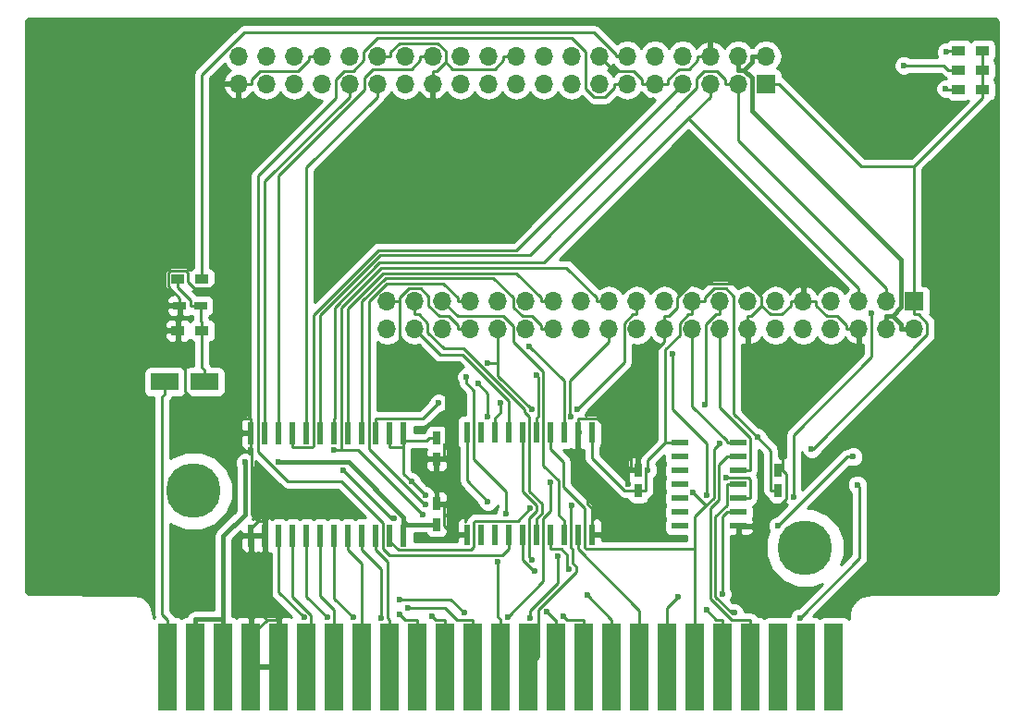
<source format=gbr>
G04 #@! TF.FileFunction,Copper,L2,Bot,Mixed*
%FSLAX46Y46*%
G04 Gerber Fmt 4.6, Leading zero omitted, Abs format (unit mm)*
G04 Created by KiCad (PCBNEW 4.0.7) date 06/27/18 09:55:44*
%MOMM*%
%LPD*%
G01*
G04 APERTURE LIST*
%ADD10C,0.100000*%
%ADD11C,5.000000*%
%ADD12R,1.800000X8.000000*%
%ADD13R,1.700000X1.700000*%
%ADD14O,1.700000X1.700000*%
%ADD15R,1.200000X0.900000*%
%ADD16R,1.500000X0.600000*%
%ADD17R,1.200000X0.750000*%
%ADD18R,0.750000X1.200000*%
%ADD19R,2.600000X1.600000*%
%ADD20R,0.600000X1.950000*%
%ADD21R,0.600000X2.000000*%
%ADD22C,0.600000*%
%ADD23C,0.250000*%
%ADD24C,0.400000*%
%ADD25C,0.254000*%
G04 APERTURE END LIST*
D10*
D11*
X185333640Y-98897440D03*
D12*
X187949840Y-109827440D03*
X185409840Y-109827440D03*
X182869840Y-109827440D03*
X180329840Y-109827440D03*
X177789840Y-109827440D03*
X175249840Y-109827440D03*
X172709840Y-109827440D03*
X170169840Y-109827440D03*
X167629840Y-109827440D03*
X165089840Y-109827440D03*
X162549840Y-109827440D03*
X160009840Y-109827440D03*
X157469840Y-109827440D03*
X154929840Y-109827440D03*
X152389840Y-109827440D03*
X149849840Y-109827440D03*
X147309840Y-109827440D03*
X144769840Y-109827440D03*
X142229840Y-109827440D03*
X139689840Y-109827440D03*
X137149840Y-109827440D03*
X134609840Y-109827440D03*
X132069840Y-109827440D03*
X129529840Y-109827440D03*
X126989840Y-109827440D03*
D11*
X129334260Y-93695520D03*
D13*
X181737000Y-56388000D03*
D14*
X181737000Y-53848000D03*
X179197000Y-56388000D03*
X179197000Y-53848000D03*
X176657000Y-56388000D03*
X176657000Y-53848000D03*
X174117000Y-56388000D03*
X174117000Y-53848000D03*
X171577000Y-56388000D03*
X171577000Y-53848000D03*
X169037000Y-56388000D03*
X169037000Y-53848000D03*
X166497000Y-56388000D03*
X166497000Y-53848000D03*
X163957000Y-56388000D03*
X163957000Y-53848000D03*
X161417000Y-56388000D03*
X161417000Y-53848000D03*
X158877000Y-56388000D03*
X158877000Y-53848000D03*
X156337000Y-56388000D03*
X156337000Y-53848000D03*
X153797000Y-56388000D03*
X153797000Y-53848000D03*
X151257000Y-56388000D03*
X151257000Y-53848000D03*
X148717000Y-56388000D03*
X148717000Y-53848000D03*
X146177000Y-56388000D03*
X146177000Y-53848000D03*
X143637000Y-56388000D03*
X143637000Y-53848000D03*
X141097000Y-56388000D03*
X141097000Y-53848000D03*
X138557000Y-56388000D03*
X138557000Y-53848000D03*
X136017000Y-56388000D03*
X136017000Y-53848000D03*
X133477000Y-56388000D03*
X133477000Y-53848000D03*
D13*
X195326000Y-76327000D03*
D14*
X195326000Y-78867000D03*
X192786000Y-76327000D03*
X192786000Y-78867000D03*
X190246000Y-76327000D03*
X190246000Y-78867000D03*
X187706000Y-76327000D03*
X187706000Y-78867000D03*
X185166000Y-76327000D03*
X185166000Y-78867000D03*
X182626000Y-76327000D03*
X182626000Y-78867000D03*
X180086000Y-76327000D03*
X180086000Y-78867000D03*
X177546000Y-76327000D03*
X177546000Y-78867000D03*
X175006000Y-76327000D03*
X175006000Y-78867000D03*
X172466000Y-76327000D03*
X172466000Y-78867000D03*
X169926000Y-76327000D03*
X169926000Y-78867000D03*
X167386000Y-76327000D03*
X167386000Y-78867000D03*
X164846000Y-76327000D03*
X164846000Y-78867000D03*
X162306000Y-76327000D03*
X162306000Y-78867000D03*
X159766000Y-76327000D03*
X159766000Y-78867000D03*
X157226000Y-76327000D03*
X157226000Y-78867000D03*
X154686000Y-76327000D03*
X154686000Y-78867000D03*
X152146000Y-76327000D03*
X152146000Y-78867000D03*
X149606000Y-76327000D03*
X149606000Y-78867000D03*
X147066000Y-76327000D03*
X147066000Y-78867000D03*
D15*
X201574000Y-53340000D03*
X199374000Y-53340000D03*
D16*
X179230000Y-89281000D03*
X179230000Y-90551000D03*
X179230000Y-91821000D03*
X179230000Y-93091000D03*
X179230000Y-94361000D03*
X179230000Y-95631000D03*
X179230000Y-96901000D03*
X173830000Y-96901000D03*
X173830000Y-95631000D03*
X173830000Y-94361000D03*
X173830000Y-93091000D03*
X173830000Y-91821000D03*
X173830000Y-90551000D03*
X173830000Y-89281000D03*
D17*
X129982000Y-76708000D03*
X128082000Y-76708000D03*
D15*
X130132000Y-78994000D03*
X127932000Y-78994000D03*
D18*
X182880000Y-93660000D03*
X182880000Y-91760000D03*
X151587000Y-88864400D03*
X151587000Y-90764400D03*
X170053000Y-93660000D03*
X170053000Y-91760000D03*
D15*
X201574000Y-55118000D03*
X199374000Y-55118000D03*
X201574000Y-56896000D03*
X199374000Y-56896000D03*
X130132000Y-74295000D03*
X127932000Y-74295000D03*
D18*
X151587000Y-94858800D03*
X151587000Y-96758800D03*
D19*
X130324000Y-83693000D03*
X126724000Y-83693000D03*
D20*
X165811000Y-97715800D03*
X164541000Y-97715800D03*
X163271000Y-97715800D03*
X162001000Y-97715800D03*
X160731000Y-97715800D03*
X159461000Y-97715800D03*
X158191000Y-97715800D03*
X156921000Y-97715800D03*
X155651000Y-97715800D03*
X154381000Y-97715800D03*
X154381000Y-88315800D03*
X155651000Y-88315800D03*
X156921000Y-88315800D03*
X158191000Y-88315800D03*
X159461000Y-88315800D03*
X160731000Y-88315800D03*
X162001000Y-88315800D03*
X163271000Y-88315800D03*
X164541000Y-88315800D03*
X165811000Y-88315800D03*
D21*
X148590000Y-97791000D03*
X147320000Y-97791000D03*
X146050000Y-97791000D03*
X144780000Y-97791000D03*
X143510000Y-97791000D03*
X142240000Y-97791000D03*
X140970000Y-97791000D03*
X139700000Y-97791000D03*
X138430000Y-97791000D03*
X137160000Y-97791000D03*
X135890000Y-97791000D03*
X134620000Y-97791000D03*
X134620000Y-88391000D03*
X135890000Y-88391000D03*
X137160000Y-88391000D03*
X138430000Y-88391000D03*
X139700000Y-88391000D03*
X140970000Y-88391000D03*
X142240000Y-88391000D03*
X143510000Y-88391000D03*
X144780000Y-88391000D03*
X146050000Y-88391000D03*
X147320000Y-88391000D03*
X148590000Y-88391000D03*
D22*
X134620000Y-89920200D03*
X152479900Y-89616100D03*
X169120400Y-93030700D03*
X153126500Y-97765700D03*
X137119900Y-91075800D03*
X134071400Y-91075800D03*
X178838400Y-104851600D03*
X177758800Y-103146200D03*
X177509000Y-89309400D03*
X175068000Y-93829400D03*
X160350000Y-100033300D03*
X173663400Y-103436600D03*
X163731600Y-100872400D03*
X160556700Y-101061400D03*
X165367100Y-103239400D03*
X163204300Y-105167900D03*
X143065600Y-91797200D03*
X147728800Y-96211500D03*
X161688400Y-104724200D03*
X163957000Y-95010800D03*
X162700300Y-99651400D03*
X160141400Y-105318600D03*
X157147000Y-100209700D03*
X162052000Y-92907500D03*
X158121300Y-105244100D03*
X148979200Y-104378400D03*
X148245800Y-103645200D03*
X154106200Y-104872900D03*
X151152600Y-105154300D03*
X148231200Y-105003700D03*
X146493700Y-105307000D03*
X143980200Y-105298100D03*
X141574600Y-105243100D03*
X139451200Y-105299500D03*
X150545400Y-94097100D03*
X180944300Y-88759700D03*
X170932500Y-91760000D03*
X149283900Y-92812700D03*
X185926400Y-89832200D03*
X163906000Y-86850500D03*
X154298800Y-83235500D03*
X157922600Y-95780300D03*
X142233400Y-89895500D03*
X150333600Y-95868700D03*
X155404400Y-83865800D03*
X156286000Y-86859200D03*
X160282300Y-86202400D03*
X156281700Y-81986000D03*
X164456800Y-86220300D03*
X150564000Y-94897500D03*
X184834300Y-105313100D03*
X190102800Y-93117600D03*
X157479000Y-85591900D03*
X156292000Y-94666200D03*
X176321300Y-104620100D03*
X160744500Y-83107800D03*
X160103300Y-80451000D03*
X198171800Y-56818000D03*
X194361600Y-54698500D03*
X198237900Y-53418000D03*
X176145800Y-85750700D03*
X178076700Y-92450900D03*
X151786100Y-85617700D03*
X160134900Y-95292500D03*
X184275700Y-94227100D03*
X191396700Y-77432800D03*
X176340200Y-94067900D03*
X173178500Y-81096300D03*
X189727500Y-90551000D03*
X182824000Y-96901000D03*
D23*
X127932000Y-78606300D02*
X127932000Y-78218700D01*
X127932000Y-78606300D02*
X127932000Y-78994000D01*
X134609800Y-109827400D02*
X134609800Y-107664700D01*
X137149800Y-109827400D02*
X137149800Y-105502100D01*
X135890000Y-105314500D02*
X136077600Y-105502100D01*
X135890000Y-97791000D02*
X135890000Y-105314500D01*
X134609800Y-106969900D02*
X136077600Y-105502100D01*
X134609800Y-107664700D02*
X134609800Y-106969900D01*
X136077600Y-105502100D02*
X137149800Y-105502100D01*
X134620000Y-97791000D02*
X134620000Y-97128300D01*
X135890000Y-97791000D02*
X135890000Y-96465700D01*
X134620000Y-97128300D02*
X135282600Y-96465700D01*
X135282600Y-96465700D02*
X135890000Y-96465700D01*
X128082000Y-78068700D02*
X127932000Y-78218700D01*
X128082000Y-76708000D02*
X128082000Y-78068700D01*
X128082000Y-76708000D02*
X128082000Y-76007700D01*
X134620000Y-88391000D02*
X134620000Y-89920200D01*
X127932000Y-78994000D02*
X127932000Y-79769300D01*
X128606300Y-80443600D02*
X127932000Y-79769300D01*
X128606300Y-84602000D02*
X128606300Y-80443600D01*
X131070000Y-87065700D02*
X128606300Y-84602000D01*
X134620000Y-87065700D02*
X131070000Y-87065700D01*
X134620000Y-88391000D02*
X134620000Y-87065700D01*
X170053000Y-91760000D02*
X169352700Y-91760000D01*
X189070700Y-78499600D02*
X189070700Y-78867000D01*
X188262800Y-77691700D02*
X189070700Y-78499600D01*
X187338600Y-77691700D02*
X188262800Y-77691700D01*
X186341300Y-76694400D02*
X187338600Y-77691700D01*
X186341300Y-76327000D02*
X186341300Y-76694400D01*
X190246000Y-78867000D02*
X189070700Y-78867000D01*
X175481700Y-54215400D02*
X175481700Y-53848000D01*
X174673800Y-55023300D02*
X175481700Y-54215400D01*
X173749600Y-55023300D02*
X174673800Y-55023300D01*
X172752300Y-56020600D02*
X173749600Y-55023300D01*
X172752300Y-56388000D02*
X172752300Y-56020600D01*
X171577000Y-56388000D02*
X172752300Y-56388000D01*
X176657000Y-53848000D02*
X175481700Y-53848000D01*
X185753700Y-76327000D02*
X186341300Y-76327000D01*
X134696700Y-89996900D02*
X134620000Y-89920200D01*
X134696700Y-95879800D02*
X134696700Y-89996900D01*
X135282600Y-96465700D02*
X134696700Y-95879800D01*
X185753700Y-76327000D02*
X185166000Y-76327000D01*
X185166000Y-76327000D02*
X183990700Y-76327000D01*
X172466000Y-78867000D02*
X172466000Y-80042300D01*
X172466000Y-78867000D02*
X172466000Y-77691700D01*
X151587000Y-90764400D02*
X151587000Y-91689700D01*
X183990700Y-76694400D02*
X183990700Y-76327000D01*
X183180200Y-77504900D02*
X183990700Y-76694400D01*
X182141600Y-77504900D02*
X183180200Y-77504900D01*
X181356000Y-76719300D02*
X182141600Y-77504900D01*
X180383600Y-77691700D02*
X180086000Y-77691700D01*
X181356000Y-76719300D02*
X180383600Y-77691700D01*
X180086000Y-78867000D02*
X180086000Y-77691700D01*
X182880000Y-91760000D02*
X183230200Y-91760000D01*
X180086000Y-78867000D02*
X180086000Y-80042300D01*
X151587000Y-90764400D02*
X152287300Y-90764400D01*
X148241300Y-75959600D02*
X148241300Y-76327000D01*
X149049200Y-75151700D02*
X148241300Y-75959600D01*
X150174500Y-75151700D02*
X149049200Y-75151700D01*
X150876000Y-75853200D02*
X150174500Y-75151700D01*
X150876000Y-76721200D02*
X150876000Y-75853200D01*
X151846500Y-77691700D02*
X150876000Y-76721200D01*
X152702800Y-77691700D02*
X151846500Y-77691700D01*
X153510700Y-78499600D02*
X152702800Y-77691700D01*
X153510700Y-78867000D02*
X153510700Y-78499600D01*
X154686000Y-78867000D02*
X153510700Y-78867000D01*
X147066000Y-76327000D02*
X148241300Y-76327000D01*
X170401700Y-56020600D02*
X170401700Y-56388000D01*
X169593800Y-55212700D02*
X170401700Y-56020600D01*
X167861700Y-55212700D02*
X169593800Y-55212700D01*
X166497000Y-53848000D02*
X167861700Y-55212700D01*
X171577000Y-56388000D02*
X170401700Y-56388000D01*
X141097000Y-53848000D02*
X139921700Y-53848000D01*
X133477000Y-72522800D02*
X133477000Y-56388000D01*
X130908300Y-75091500D02*
X133477000Y-72522800D01*
X129416600Y-75091500D02*
X130908300Y-75091500D01*
X128857400Y-74532300D02*
X129416600Y-75091500D01*
X128857400Y-73710300D02*
X128857400Y-74532300D01*
X128666700Y-73519600D02*
X128857400Y-73710300D01*
X127190100Y-73519600D02*
X128666700Y-73519600D01*
X127006600Y-73703100D02*
X127190100Y-73519600D01*
X127006600Y-74932300D02*
X127006600Y-73703100D01*
X128082000Y-76007700D02*
X127006600Y-74932300D01*
X139921700Y-54215400D02*
X139921700Y-53848000D01*
X138924400Y-55212700D02*
X139921700Y-54215400D01*
X135460200Y-55212700D02*
X138924400Y-55212700D01*
X134652300Y-56020600D02*
X135460200Y-55212700D01*
X134652300Y-56388000D02*
X134652300Y-56020600D01*
X133477000Y-56388000D02*
X134652300Y-56388000D01*
X151587000Y-91689700D02*
X151587000Y-94858800D01*
X151587000Y-94858800D02*
X152287300Y-94858800D01*
X146177000Y-53848000D02*
X147352300Y-53848000D01*
X151257000Y-56388000D02*
X151257000Y-55212700D01*
X153050900Y-55023400D02*
X152432300Y-54404800D01*
X156893600Y-55023400D02*
X153050900Y-55023400D01*
X157701700Y-54215300D02*
X156893600Y-55023400D01*
X157701700Y-53848000D02*
X157701700Y-54215300D01*
X152432300Y-53352300D02*
X152432300Y-54404800D01*
X151717700Y-52637700D02*
X152432300Y-53352300D01*
X148195300Y-52637700D02*
X151717700Y-52637700D01*
X147352300Y-53480700D02*
X148195300Y-52637700D01*
X147352300Y-53848000D02*
X147352300Y-53480700D01*
X151624400Y-55212700D02*
X151257000Y-55212700D01*
X152432300Y-54404800D02*
X151624400Y-55212700D01*
X158877000Y-53848000D02*
X157701700Y-53848000D01*
X148241300Y-80738100D02*
X148241300Y-76327000D01*
X152411400Y-84908200D02*
X148241300Y-80738100D01*
X152411400Y-89616100D02*
X152411400Y-84908200D01*
X152287300Y-89740200D02*
X152411400Y-89616100D01*
X152287300Y-90764400D02*
X152287300Y-89740200D01*
X152411400Y-89616100D02*
X152479900Y-89616100D01*
X164541000Y-88315800D02*
X164541000Y-89616100D01*
X164541100Y-87015400D02*
X164541000Y-87015500D01*
X166305900Y-87015400D02*
X164541100Y-87015400D01*
X164541000Y-88315800D02*
X164541000Y-87015500D01*
X181356000Y-75880300D02*
X181356000Y-76719300D01*
X180172500Y-74696800D02*
X181356000Y-75880300D01*
X174914400Y-74696800D02*
X180172500Y-74696800D01*
X173641300Y-75969900D02*
X174914400Y-74696800D01*
X173641300Y-76883800D02*
X173641300Y-75969900D01*
X172833400Y-77691700D02*
X173641300Y-76883800D01*
X172466000Y-77691700D02*
X172833400Y-77691700D01*
X166305900Y-86202400D02*
X172466000Y-80042300D01*
X166305900Y-87015400D02*
X166305900Y-86202400D01*
X169352700Y-90062200D02*
X166305900Y-87015400D01*
X169352700Y-91760000D02*
X169352700Y-90062200D01*
X169120400Y-91992300D02*
X169120400Y-93030700D01*
X169352700Y-91760000D02*
X169120400Y-91992300D01*
X183230200Y-83186500D02*
X180086000Y-80042300D01*
X183230200Y-91760000D02*
X183230200Y-83186500D01*
X181102400Y-96901000D02*
X179230000Y-96901000D01*
X183601300Y-94402100D02*
X181102400Y-96901000D01*
X183601300Y-92131100D02*
X183601300Y-94402100D01*
X183230200Y-91760000D02*
X183601300Y-92131100D01*
X152287300Y-96876600D02*
X153126500Y-97715800D01*
X152287300Y-94858800D02*
X152287300Y-96876600D01*
X153126500Y-97715800D02*
X154381000Y-97715800D01*
X153126500Y-97715800D02*
X153126500Y-97765700D01*
X164541000Y-93582900D02*
X164541000Y-89616100D01*
X164727600Y-93582900D02*
X164541000Y-93582900D01*
X165401200Y-94256500D02*
X164727600Y-93582900D01*
X165401200Y-94893400D02*
X165401200Y-94256500D01*
X165811000Y-95303200D02*
X165401200Y-94893400D01*
X165811000Y-97715800D02*
X165811000Y-95303200D01*
D24*
X151587000Y-96758800D02*
X150811700Y-96758800D01*
X148590000Y-97791000D02*
X148590000Y-96453200D01*
X129529800Y-105427100D02*
X132069800Y-105427100D01*
X129529800Y-109827400D02*
X129529800Y-105427100D01*
X132069800Y-109827400D02*
X132069800Y-105427100D01*
X134071400Y-95833900D02*
X134071400Y-91075800D01*
X132069800Y-97835500D02*
X134071400Y-95833900D01*
X132069800Y-105427100D02*
X132069800Y-97835500D01*
X148895600Y-96758800D02*
X150811700Y-96758800D01*
X148590000Y-96453200D02*
X148895600Y-96758800D01*
X192786000Y-78867000D02*
X192786000Y-77616700D01*
X195326000Y-78867000D02*
X194075700Y-78867000D01*
X194075700Y-78388300D02*
X194075700Y-78867000D01*
X193304100Y-77616700D02*
X194075700Y-78388300D01*
X193304100Y-77616700D02*
X192786000Y-77616700D01*
X179197000Y-53848000D02*
X179197000Y-55098300D01*
X181737000Y-53848000D02*
X180486700Y-53848000D01*
X180486700Y-54355700D02*
X180486700Y-53848000D01*
X179744100Y-55098300D02*
X180486700Y-54355700D01*
X179197000Y-55098300D02*
X179744100Y-55098300D01*
X194075600Y-76845200D02*
X193304100Y-77616700D01*
X194075600Y-72457800D02*
X194075600Y-76845200D01*
X180447300Y-58829500D02*
X194075600Y-72457800D01*
X180447300Y-55801500D02*
X180447300Y-58829500D01*
X179744100Y-55098300D02*
X180447300Y-55801500D01*
X143583500Y-91075800D02*
X137119900Y-91075800D01*
X148590000Y-96082300D02*
X143583500Y-91075800D01*
X148590000Y-96453200D02*
X148590000Y-96082300D01*
D23*
X176657000Y-56388000D02*
X176657000Y-57563300D01*
X190246000Y-76327000D02*
X190246000Y-75151700D01*
X174657300Y-59563000D02*
X190246000Y-75151700D01*
X176657000Y-57563300D02*
X174657300Y-59563000D01*
X142240000Y-88391000D02*
X142240000Y-87065700D01*
X142253700Y-87052000D02*
X142240000Y-87065700D01*
X142253700Y-76900400D02*
X142253700Y-87052000D01*
X146368400Y-72785700D02*
X142253700Y-76900400D01*
X161434600Y-72785700D02*
X146368400Y-72785700D01*
X174657300Y-59563000D02*
X161434600Y-72785700D01*
X138430000Y-88391000D02*
X138430000Y-89716300D01*
X140192100Y-89716300D02*
X138430000Y-89716300D01*
X140325400Y-89583000D02*
X140192100Y-89716300D01*
X140325400Y-77554900D02*
X140325400Y-89583000D01*
X146276500Y-71603800D02*
X140325400Y-77554900D01*
X158901200Y-71603800D02*
X146276500Y-71603800D01*
X174117000Y-56388000D02*
X158901200Y-71603800D01*
X143637000Y-56388000D02*
X143637000Y-57563300D01*
X135890000Y-65310300D02*
X143637000Y-57563300D01*
X135890000Y-88391000D02*
X135890000Y-65310300D01*
X150081700Y-54215400D02*
X150081700Y-53848000D01*
X149273800Y-55023300D02*
X150081700Y-54215400D01*
X145773300Y-55023300D02*
X149273800Y-55023300D01*
X145001600Y-55795000D02*
X145773300Y-55023300D01*
X145001600Y-56923600D02*
X145001600Y-55795000D01*
X137160000Y-64765200D02*
X145001600Y-56923600D01*
X137160000Y-88391000D02*
X137160000Y-64765200D01*
X151257000Y-53848000D02*
X150081700Y-53848000D01*
X143510000Y-88391000D02*
X143510000Y-87065700D01*
X162306000Y-76327000D02*
X161130700Y-76327000D01*
X161130700Y-75959600D02*
X161130700Y-76327000D01*
X158894200Y-73723100D02*
X161130700Y-75959600D01*
X146728200Y-73723100D02*
X158894200Y-73723100D01*
X143510000Y-76941300D02*
X146728200Y-73723100D01*
X143510000Y-87065700D02*
X143510000Y-76941300D01*
X161130700Y-78499600D02*
X161130700Y-78867000D01*
X160322800Y-77691700D02*
X161130700Y-78499600D01*
X159429700Y-77691700D02*
X160322800Y-77691700D01*
X158590600Y-76852600D02*
X159429700Y-77691700D01*
X158590600Y-75969200D02*
X158590600Y-76852600D01*
X156794900Y-74173500D02*
X158590600Y-75969200D01*
X146917000Y-74173500D02*
X156794900Y-74173500D01*
X144780000Y-76310500D02*
X146917000Y-74173500D01*
X144780000Y-88391000D02*
X144780000Y-76310500D01*
X162306000Y-78867000D02*
X161130700Y-78867000D01*
X192786000Y-76327000D02*
X192786000Y-75151700D01*
X179197000Y-61562700D02*
X179197000Y-56388000D01*
X192786000Y-75151700D02*
X179197000Y-61562700D01*
X179197000Y-56388000D02*
X178021700Y-56388000D01*
X140970000Y-77547200D02*
X140970000Y-88391000D01*
X146463100Y-72054100D02*
X140970000Y-77547200D01*
X160115100Y-72054100D02*
X146463100Y-72054100D01*
X175420400Y-56748800D02*
X160115100Y-72054100D01*
X175420400Y-55896400D02*
X175420400Y-56748800D01*
X176104100Y-55212700D02*
X175420400Y-55896400D01*
X177213800Y-55212700D02*
X176104100Y-55212700D01*
X178021700Y-56020600D02*
X177213800Y-55212700D01*
X178021700Y-56388000D02*
X178021700Y-56020600D01*
X139700000Y-64040300D02*
X146177000Y-57563300D01*
X139700000Y-88391000D02*
X139700000Y-64040300D01*
X146177000Y-56388000D02*
X146177000Y-57563300D01*
X179230000Y-90551000D02*
X178154700Y-90551000D01*
X180329800Y-109827400D02*
X180329800Y-105502100D01*
X178593500Y-105502100D02*
X180329800Y-105502100D01*
X176660300Y-103568900D02*
X178593500Y-105502100D01*
X176660300Y-95269100D02*
X176660300Y-103568900D01*
X177438700Y-94490700D02*
X176660300Y-95269100D01*
X177438700Y-91267000D02*
X177438700Y-94490700D01*
X178154700Y-90551000D02*
X177438700Y-91267000D01*
X178579900Y-104851600D02*
X178838400Y-104851600D01*
X177122300Y-103394000D02*
X178579900Y-104851600D01*
X177122300Y-96018700D02*
X177122300Y-103394000D01*
X178154700Y-94986300D02*
X177122300Y-96018700D01*
X178154700Y-93091000D02*
X178154700Y-94986300D01*
X179230000Y-93091000D02*
X178154700Y-93091000D01*
X177758800Y-96026900D02*
X178154700Y-95631000D01*
X177758800Y-103146200D02*
X177758800Y-96026900D01*
X179230000Y-95631000D02*
X178154700Y-95631000D01*
X175249800Y-109827400D02*
X175249800Y-105502100D01*
X165307100Y-99016200D02*
X175249800Y-99016200D01*
X165178000Y-98887100D02*
X165307100Y-99016200D01*
X165178000Y-95307100D02*
X165178000Y-98887100D01*
X163185500Y-93314600D02*
X165178000Y-95307100D01*
X163185500Y-90998500D02*
X163185500Y-93314600D01*
X162001000Y-89814000D02*
X163185500Y-90998500D01*
X162001000Y-88315800D02*
X162001000Y-89814000D01*
X175249800Y-99016200D02*
X175249800Y-105502100D01*
X176265600Y-95026900D02*
X175068000Y-93829400D01*
X176988300Y-94304200D02*
X176265600Y-95026900D01*
X176988300Y-89830100D02*
X176988300Y-94304200D01*
X177509000Y-89309400D02*
X176988300Y-89830100D01*
X175249800Y-96042700D02*
X175249800Y-99016200D01*
X176265600Y-95026900D02*
X175249800Y-96042700D01*
X160105700Y-99789000D02*
X160350000Y-100033300D01*
X160105700Y-96206100D02*
X160105700Y-99789000D01*
X160760200Y-95551600D02*
X160105700Y-96206100D01*
X160760200Y-95033400D02*
X160760200Y-95551600D01*
X159461000Y-93734200D02*
X160760200Y-95033400D01*
X159461000Y-88315800D02*
X159461000Y-93734200D01*
X172709800Y-109827400D02*
X172709800Y-105502100D01*
X172709800Y-104390200D02*
X173663400Y-103436600D01*
X172709800Y-105502100D02*
X172709800Y-104390200D01*
X162001000Y-97715800D02*
X162001000Y-99016100D01*
X163568100Y-100708900D02*
X163731600Y-100872400D01*
X163568100Y-99582400D02*
X163568100Y-100708900D01*
X163001800Y-99016100D02*
X163568100Y-99582400D01*
X162001000Y-99016100D02*
X163001800Y-99016100D01*
X159461000Y-97715800D02*
X159461000Y-99016100D01*
X160493800Y-101061400D02*
X160556700Y-101061400D01*
X159461000Y-100028600D02*
X160493800Y-101061400D01*
X159461000Y-99016100D02*
X159461000Y-100028600D01*
X164541000Y-97715800D02*
X164541000Y-99016100D01*
X170169800Y-109827400D02*
X170169800Y-105502100D01*
X170169800Y-104644900D02*
X164541000Y-99016100D01*
X170169800Y-105502100D02*
X170169800Y-104644900D01*
X167629800Y-109827400D02*
X167629800Y-105502100D01*
X167629800Y-105502100D02*
X165367100Y-103239400D01*
X165089800Y-109827400D02*
X165089800Y-105502100D01*
X163538500Y-105502100D02*
X163204300Y-105167900D01*
X165089800Y-105502100D02*
X163538500Y-105502100D01*
X162466300Y-105502100D02*
X161688400Y-104724200D01*
X162549800Y-105502100D02*
X162466300Y-105502100D01*
X147479900Y-96211500D02*
X143065600Y-91797200D01*
X147728800Y-96211500D02*
X147479900Y-96211500D01*
X162549800Y-109827400D02*
X162549800Y-105502100D01*
X163915600Y-95052200D02*
X163957000Y-95010800D01*
X163915600Y-98884200D02*
X163915600Y-95052200D01*
X164055100Y-99023700D02*
X163915600Y-98884200D01*
X164055100Y-100311500D02*
X164055100Y-99023700D01*
X164356900Y-100613300D02*
X164055100Y-100311500D01*
X164356900Y-101131500D02*
X164356900Y-100613300D01*
X160929600Y-104558800D02*
X164356900Y-101131500D01*
X160929600Y-108907600D02*
X160929600Y-104558800D01*
X160009800Y-109827400D02*
X160929600Y-108907600D01*
X160141400Y-104681700D02*
X160141400Y-105318600D01*
X162700300Y-102122800D02*
X160141400Y-104681700D01*
X162700300Y-99651400D02*
X162700300Y-102122800D01*
X157469800Y-109827400D02*
X157469800Y-105502100D01*
X157147000Y-105179300D02*
X157147000Y-100209700D01*
X157469800Y-105502100D02*
X157147000Y-105179300D01*
X162052000Y-95533600D02*
X162052000Y-92907500D01*
X161375600Y-96210000D02*
X162052000Y-95533600D01*
X161375600Y-101989800D02*
X161375600Y-96210000D01*
X158121300Y-105244100D02*
X161375600Y-101989800D01*
X154929800Y-109827400D02*
X154929800Y-105502100D01*
X152324600Y-104378400D02*
X148979200Y-104378400D01*
X153448300Y-105502100D02*
X152324600Y-104378400D01*
X154929800Y-105502100D02*
X153448300Y-105502100D01*
X152878500Y-103645200D02*
X148245800Y-103645200D01*
X154106200Y-104872900D02*
X152878500Y-103645200D01*
X152389800Y-109827400D02*
X152389800Y-105502100D01*
X151500400Y-105502100D02*
X151152600Y-105154300D01*
X152389800Y-105502100D02*
X151500400Y-105502100D01*
X148729600Y-105502100D02*
X149849800Y-105502100D01*
X148231200Y-105003700D02*
X148729600Y-105502100D01*
X149849800Y-109827400D02*
X149849800Y-105502100D01*
X146050000Y-97791000D02*
X146050000Y-99116300D01*
X147309800Y-109827400D02*
X147309800Y-105502100D01*
X147119100Y-105311400D02*
X147309800Y-105502100D01*
X147119100Y-100185400D02*
X147119100Y-105311400D01*
X146050000Y-99116300D02*
X147119100Y-100185400D01*
X144780000Y-97791000D02*
X144780000Y-99116300D01*
X146493700Y-100830000D02*
X146493700Y-105307000D01*
X144780000Y-99116300D02*
X146493700Y-100830000D01*
X143510000Y-97791000D02*
X143510000Y-99116300D01*
X144769800Y-109827400D02*
X144769800Y-105502100D01*
X144769800Y-100376100D02*
X144769800Y-105502100D01*
X143510000Y-99116300D02*
X144769800Y-100376100D01*
X142240000Y-103557900D02*
X143980200Y-105298100D01*
X142240000Y-97791000D02*
X142240000Y-103557900D01*
X142229800Y-109827400D02*
X142229800Y-105502100D01*
X140970000Y-97791000D02*
X140970000Y-99116300D01*
X140970000Y-103311800D02*
X140970000Y-99116300D01*
X142229800Y-104571600D02*
X140970000Y-103311800D01*
X142229800Y-105502100D02*
X142229800Y-104571600D01*
X139700000Y-103368500D02*
X141574600Y-105243100D01*
X139700000Y-97791000D02*
X139700000Y-103368500D01*
X138430000Y-97791000D02*
X138430000Y-99116300D01*
X138430000Y-103383700D02*
X138430000Y-99116300D01*
X140093000Y-105046700D02*
X138430000Y-103383700D01*
X140093000Y-109424000D02*
X140093000Y-105046700D01*
X140093000Y-109424000D02*
X139690000Y-109827000D01*
X139689800Y-109827200D02*
X139689800Y-109827400D01*
X139690000Y-109827000D02*
X139689800Y-109827200D01*
X137160000Y-103008300D02*
X139451200Y-105299500D01*
X137160000Y-97791000D02*
X137160000Y-103008300D01*
X173830000Y-89281000D02*
X172754700Y-89281000D01*
X169801000Y-93660000D02*
X169352700Y-93660000D01*
X201574000Y-56896000D02*
X201574000Y-55118000D01*
X201574000Y-55118000D02*
X201574000Y-53340000D01*
X182880000Y-93660000D02*
X182179700Y-93660000D01*
X169801000Y-93660000D02*
X170053000Y-93660000D01*
X170053000Y-93660000D02*
X170753300Y-93660000D01*
X175006000Y-76327000D02*
X175006000Y-77502300D01*
X174638600Y-77502300D02*
X175006000Y-77502300D01*
X173830700Y-78310200D02*
X174638600Y-77502300D01*
X173830700Y-79392100D02*
X173830700Y-78310200D01*
X172532300Y-80690500D02*
X173830700Y-79392100D01*
X172532300Y-89281000D02*
X172532300Y-80690500D01*
X172532300Y-89281000D02*
X172754700Y-89281000D01*
X175006000Y-76327000D02*
X176181300Y-76327000D01*
X176181300Y-75959600D02*
X176181300Y-76327000D01*
X176989200Y-75151700D02*
X176181300Y-75959600D01*
X178099200Y-75151700D02*
X176989200Y-75151700D01*
X178816000Y-75868500D02*
X178099200Y-75151700D01*
X178816000Y-86631400D02*
X178816000Y-75868500D01*
X180944300Y-88759700D02*
X178816000Y-86631400D01*
X182179700Y-89995100D02*
X180944300Y-88759700D01*
X182179700Y-93660000D02*
X182179700Y-89995100D01*
X170753300Y-91939200D02*
X170932500Y-91760000D01*
X170753300Y-93660000D02*
X170753300Y-91939200D01*
X170932500Y-90880800D02*
X172532300Y-89281000D01*
X170932500Y-91760000D02*
X170932500Y-90880800D01*
X168814500Y-93660000D02*
X169352700Y-93660000D01*
X165811000Y-90656500D02*
X168814500Y-93660000D01*
X165811000Y-88315800D02*
X165811000Y-90656500D01*
X201574000Y-56896000D02*
X201574000Y-57671300D01*
X190443600Y-63919300D02*
X182912300Y-56388000D01*
X195326000Y-63919300D02*
X190443600Y-63919300D01*
X195326000Y-76327000D02*
X195326000Y-63919300D01*
X195326000Y-63919300D02*
X201574000Y-57671300D01*
X181737000Y-56388000D02*
X182912300Y-56388000D01*
X150545400Y-94074200D02*
X150545400Y-94097100D01*
X149283900Y-92812700D02*
X150545400Y-94074200D01*
X195326000Y-76327000D02*
X195326000Y-77502300D01*
X186054900Y-89832200D02*
X185926400Y-89832200D01*
X196501300Y-79385800D02*
X186054900Y-89832200D01*
X196501300Y-78310200D02*
X196501300Y-79385800D01*
X195693400Y-77502300D02*
X196501300Y-78310200D01*
X195326000Y-77502300D02*
X195693400Y-77502300D01*
X148590000Y-89716300D02*
X147320000Y-89716300D01*
X148590000Y-92118800D02*
X149283900Y-92812700D01*
X148590000Y-89716300D02*
X148590000Y-92118800D01*
X147320000Y-88391000D02*
X147320000Y-89716300D01*
X148590000Y-88391000D02*
X148590000Y-89053600D01*
X148590000Y-89053600D02*
X148590000Y-89716300D01*
X150697500Y-89053600D02*
X150886700Y-88864400D01*
X148590000Y-89053600D02*
X150697500Y-89053600D01*
X151587000Y-88864400D02*
X150886700Y-88864400D01*
X167386000Y-78867000D02*
X167386000Y-80042300D01*
X163831500Y-86776000D02*
X163906000Y-86850500D01*
X163831500Y-83596800D02*
X163831500Y-86776000D01*
X167386000Y-80042300D02*
X163831500Y-83596800D01*
X154298900Y-83235500D02*
X154298800Y-83235500D01*
X154298900Y-83783700D02*
X154298900Y-83235500D01*
X155006400Y-84491200D02*
X154298900Y-83783700D01*
X155006400Y-90811100D02*
X155006400Y-84491200D01*
X157922600Y-93727300D02*
X155006400Y-90811100D01*
X157922600Y-95780300D02*
X157922600Y-93727300D01*
X167386000Y-76327000D02*
X166210700Y-76327000D01*
X166210700Y-75959600D02*
X166210700Y-76327000D01*
X163487200Y-73236100D02*
X166210700Y-75959600D01*
X146554900Y-73236100D02*
X163487200Y-73236100D01*
X142874900Y-76916100D02*
X146554900Y-73236100D01*
X142874900Y-89895500D02*
X142874900Y-76916100D01*
X144360400Y-89895500D02*
X142874900Y-89895500D01*
X150333600Y-95868700D02*
X144360400Y-89895500D01*
X142874900Y-89895500D02*
X142233400Y-89895500D01*
X156286000Y-84747400D02*
X155404400Y-83865800D01*
X156286000Y-86859200D02*
X156286000Y-84747400D01*
X157226000Y-81986000D02*
X156281700Y-81986000D01*
X157226000Y-83146100D02*
X157226000Y-81986000D01*
X160282300Y-86202400D02*
X157226000Y-83146100D01*
X157226000Y-81986000D02*
X157226000Y-78867000D01*
X168750700Y-81926400D02*
X164456800Y-86220300D01*
X168750700Y-78310200D02*
X168750700Y-81926400D01*
X169558600Y-77502300D02*
X168750700Y-78310200D01*
X169926000Y-77502300D02*
X169558600Y-77502300D01*
X169926000Y-76327000D02*
X169926000Y-77502300D01*
X154686000Y-76327000D02*
X153510700Y-76327000D01*
X150461500Y-94897500D02*
X150564000Y-94897500D01*
X145424600Y-89860600D02*
X150461500Y-94897500D01*
X145424600Y-76306000D02*
X145424600Y-89860600D01*
X147064400Y-74666200D02*
X145424600Y-76306000D01*
X152217200Y-74666200D02*
X147064400Y-74666200D01*
X153510700Y-75959700D02*
X152217200Y-74666200D01*
X153510700Y-76327000D02*
X153510700Y-75959700D01*
X190308600Y-93323400D02*
X190102800Y-93117600D01*
X190308600Y-99838800D02*
X190308600Y-93323400D01*
X184834300Y-105313100D02*
X190308600Y-99838800D01*
X157479000Y-86457500D02*
X157479000Y-85591900D01*
X156921000Y-87015500D02*
X157479000Y-86457500D01*
X156921000Y-88315800D02*
X156921000Y-87015500D01*
X177789800Y-109827400D02*
X177789800Y-105502100D01*
X154381000Y-92755200D02*
X156292000Y-94666200D01*
X154381000Y-88315800D02*
X154381000Y-92755200D01*
X177203300Y-105502100D02*
X176321300Y-104620100D01*
X177789800Y-105502100D02*
X177203300Y-105502100D01*
X158191000Y-97715800D02*
X158191000Y-99016100D01*
X157630800Y-99576300D02*
X158191000Y-99016100D01*
X147284300Y-99576300D02*
X157630800Y-99576300D01*
X146675300Y-98967300D02*
X147284300Y-99576300D01*
X146675300Y-96656200D02*
X146675300Y-98967300D01*
X142839700Y-92820600D02*
X146675300Y-96656200D01*
X137966100Y-92820600D02*
X142839700Y-92820600D01*
X135264600Y-90119100D02*
X137966100Y-92820600D01*
X135264600Y-64816000D02*
X135264600Y-90119100D01*
X142367000Y-57713600D02*
X135264600Y-64816000D01*
X142367000Y-55976200D02*
X142367000Y-57713600D01*
X143130600Y-55212600D02*
X142367000Y-55976200D01*
X143936600Y-55212600D02*
X143130600Y-55212600D01*
X144907000Y-54242200D02*
X143936600Y-55212600D01*
X144907000Y-53442200D02*
X144907000Y-54242200D01*
X146201800Y-52147400D02*
X144907000Y-53442200D01*
X163929600Y-52147400D02*
X146201800Y-52147400D01*
X165227000Y-53444800D02*
X163929600Y-52147400D01*
X165227000Y-56790900D02*
X165227000Y-53444800D01*
X166004700Y-57568600D02*
X165227000Y-56790900D01*
X167048400Y-57568600D02*
X166004700Y-57568600D01*
X167861700Y-56755300D02*
X167048400Y-57568600D01*
X167861700Y-56388000D02*
X167861700Y-56755300D01*
X169037000Y-56388000D02*
X167861700Y-56388000D01*
X130132000Y-74295000D02*
X130132000Y-73519700D01*
X169037000Y-53848000D02*
X168048300Y-53848000D01*
X130132000Y-55527800D02*
X130132000Y-73519700D01*
X133977700Y-51682100D02*
X130132000Y-55527800D01*
X166016900Y-51682100D02*
X133977700Y-51682100D01*
X168048300Y-53713500D02*
X166016900Y-51682100D01*
X168048300Y-53848000D02*
X168048300Y-53713500D01*
X160731000Y-88315800D02*
X160731000Y-87015500D01*
X160907600Y-86838900D02*
X160731000Y-87015500D01*
X160907600Y-83270900D02*
X160907600Y-86838900D01*
X160744500Y-83107800D02*
X160907600Y-83270900D01*
X179230000Y-91821000D02*
X180305300Y-91821000D01*
X180305300Y-88793400D02*
X180305300Y-91821000D01*
X177546000Y-86034100D02*
X180305300Y-88793400D01*
X177546000Y-78867000D02*
X177546000Y-86034100D01*
X179230000Y-89281000D02*
X178154700Y-89281000D01*
X175006000Y-85922000D02*
X175006000Y-78867000D01*
X178154700Y-89070700D02*
X175006000Y-85922000D01*
X178154700Y-89281000D02*
X178154700Y-89070700D01*
X153510600Y-77691600D02*
X152146000Y-76327000D01*
X157713700Y-77691600D02*
X153510600Y-77691600D01*
X158590600Y-78568500D02*
X157713700Y-77691600D01*
X158590600Y-79988000D02*
X158590600Y-78568500D01*
X161369900Y-82767300D02*
X158590600Y-79988000D01*
X161369900Y-91334200D02*
X161369900Y-82767300D01*
X162735100Y-92699400D02*
X161369900Y-91334200D01*
X162735100Y-95879600D02*
X162735100Y-92699400D01*
X163271000Y-96415500D02*
X162735100Y-95879600D01*
X163271000Y-97715800D02*
X163271000Y-96415500D01*
X163271000Y-88315800D02*
X163271000Y-87015500D01*
X163271000Y-83618700D02*
X160103300Y-80451000D01*
X163271000Y-87015500D02*
X163271000Y-83618700D01*
X149606000Y-76327000D02*
X149606000Y-77502300D01*
X160731000Y-97715800D02*
X160731000Y-96415500D01*
X149973400Y-77502300D02*
X149606000Y-77502300D01*
X150781300Y-78310200D02*
X149973400Y-77502300D01*
X150781300Y-79173000D02*
X150781300Y-78310200D01*
X152244600Y-80636300D02*
X150781300Y-79173000D01*
X154044700Y-80636300D02*
X152244600Y-80636300D01*
X159657000Y-86248600D02*
X154044700Y-80636300D01*
X159657000Y-86461400D02*
X159657000Y-86248600D01*
X160097400Y-86901800D02*
X159657000Y-86461400D01*
X160097400Y-93733700D02*
X160097400Y-86901800D01*
X161210500Y-94846800D02*
X160097400Y-93733700D01*
X161210500Y-95738200D02*
X161210500Y-94846800D01*
X160731000Y-96217700D02*
X161210500Y-95738200D01*
X160731000Y-96415500D02*
X160731000Y-96217700D01*
X158191000Y-88315800D02*
X158191000Y-87015500D01*
X151909800Y-81170800D02*
X149606000Y-78867000D01*
X153942300Y-81170800D02*
X151909800Y-81170800D01*
X158191000Y-85419500D02*
X153942300Y-81170800D01*
X158191000Y-87015500D02*
X158191000Y-85419500D01*
X126483000Y-104995300D02*
X126989800Y-105502100D01*
X126483000Y-85059300D02*
X126483000Y-104995300D01*
X126724000Y-84818300D02*
X126483000Y-85059300D01*
X126724000Y-83693000D02*
X126724000Y-84818300D01*
X126989800Y-109827400D02*
X126989800Y-105502100D01*
X199374000Y-56896000D02*
X198448700Y-56896000D01*
X198249800Y-56896000D02*
X198171800Y-56818000D01*
X198448700Y-56896000D02*
X198249800Y-56896000D01*
X198029200Y-54698500D02*
X198448700Y-55118000D01*
X194361600Y-54698500D02*
X198029200Y-54698500D01*
X199374000Y-55118000D02*
X198448700Y-55118000D01*
X199374000Y-53340000D02*
X198448700Y-53340000D01*
X198370700Y-53418000D02*
X198237900Y-53418000D01*
X198448700Y-53340000D02*
X198370700Y-53418000D01*
X130324000Y-83693000D02*
X130324000Y-82567700D01*
X127932000Y-74295000D02*
X127932000Y-75070300D01*
X129056700Y-76195000D02*
X127932000Y-75070300D01*
X129056700Y-76708000D02*
X129056700Y-76195000D01*
X129982000Y-76708000D02*
X129056700Y-76708000D01*
X130132000Y-82375700D02*
X130132000Y-78994000D01*
X130324000Y-82567700D02*
X130132000Y-82375700D01*
X129982000Y-78068700D02*
X129982000Y-76708000D01*
X130132000Y-78218700D02*
X129982000Y-78068700D01*
X130132000Y-78994000D02*
X130132000Y-78218700D01*
X177546000Y-76327000D02*
X177546000Y-77502300D01*
X176276000Y-85620500D02*
X176145800Y-85750700D01*
X176276000Y-78405000D02*
X176276000Y-85620500D01*
X177178700Y-77502300D02*
X176276000Y-78405000D01*
X177546000Y-77502300D02*
X177178700Y-77502300D01*
X180305300Y-92651800D02*
X180305300Y-94361000D01*
X180104400Y-92450900D02*
X180305300Y-92651800D01*
X178076700Y-92450900D02*
X180104400Y-92450900D01*
X179230000Y-94361000D02*
X180305300Y-94361000D01*
X146050000Y-88391000D02*
X146050000Y-87065700D01*
X150338100Y-87065700D02*
X151786100Y-85617700D01*
X146050000Y-87065700D02*
X150338100Y-87065700D01*
X159012000Y-96415400D02*
X160134900Y-95292500D01*
X155151100Y-96415400D02*
X159012000Y-96415400D01*
X155006400Y-96560100D02*
X155151100Y-96415400D01*
X155006400Y-98825500D02*
X155006400Y-96560100D01*
X154715500Y-99116400D02*
X155006400Y-98825500D01*
X148148300Y-99116400D02*
X154715500Y-99116400D01*
X147320000Y-98288100D02*
X148148300Y-99116400D01*
X147320000Y-97791000D02*
X147320000Y-98288100D01*
X191421400Y-77457500D02*
X191396700Y-77432800D01*
X191421400Y-81410700D02*
X191421400Y-77457500D01*
X184275700Y-88556400D02*
X191421400Y-81410700D01*
X184275700Y-94227100D02*
X184275700Y-88556400D01*
X176340200Y-89350400D02*
X176340200Y-94067900D01*
X173178500Y-86188700D02*
X176340200Y-89350400D01*
X173178500Y-81096300D02*
X173178500Y-86188700D01*
X189174000Y-90551000D02*
X189727500Y-90551000D01*
X182824000Y-96901000D02*
X189174000Y-90551000D01*
D25*
G36*
X137428699Y-93358001D02*
X137675261Y-93522748D01*
X137966100Y-93580600D01*
X142524898Y-93580600D01*
X145089853Y-96145555D01*
X145080000Y-96143560D01*
X144480000Y-96143560D01*
X144244683Y-96187838D01*
X144145472Y-96251678D01*
X144061890Y-96194569D01*
X143810000Y-96143560D01*
X143210000Y-96143560D01*
X142974683Y-96187838D01*
X142875472Y-96251678D01*
X142791890Y-96194569D01*
X142540000Y-96143560D01*
X141940000Y-96143560D01*
X141704683Y-96187838D01*
X141605472Y-96251678D01*
X141521890Y-96194569D01*
X141270000Y-96143560D01*
X140670000Y-96143560D01*
X140434683Y-96187838D01*
X140335472Y-96251678D01*
X140251890Y-96194569D01*
X140000000Y-96143560D01*
X139400000Y-96143560D01*
X139164683Y-96187838D01*
X139065472Y-96251678D01*
X138981890Y-96194569D01*
X138730000Y-96143560D01*
X138130000Y-96143560D01*
X137894683Y-96187838D01*
X137795472Y-96251678D01*
X137711890Y-96194569D01*
X137460000Y-96143560D01*
X136860000Y-96143560D01*
X136624683Y-96187838D01*
X136534020Y-96246178D01*
X136316310Y-96156000D01*
X136175750Y-96156000D01*
X136017000Y-96314750D01*
X136017000Y-97664000D01*
X136037000Y-97664000D01*
X136037000Y-97918000D01*
X136017000Y-97918000D01*
X136017000Y-99267250D01*
X136175750Y-99426000D01*
X136316310Y-99426000D01*
X136400000Y-99391334D01*
X136400000Y-103008300D01*
X136457852Y-103299139D01*
X136622599Y-103545701D01*
X138335233Y-105258335D01*
X138176149Y-105192440D01*
X137435590Y-105192440D01*
X137276840Y-105351190D01*
X137276840Y-109700440D01*
X137296840Y-109700440D01*
X137296840Y-109954440D01*
X137276840Y-109954440D01*
X137276840Y-109974440D01*
X137022840Y-109974440D01*
X137022840Y-109954440D01*
X134736840Y-109954440D01*
X134736840Y-109974440D01*
X134482840Y-109974440D01*
X134482840Y-109954440D01*
X134462840Y-109954440D01*
X134462840Y-109700440D01*
X134482840Y-109700440D01*
X134482840Y-105351190D01*
X134736840Y-105351190D01*
X134736840Y-109700440D01*
X137022840Y-109700440D01*
X137022840Y-105351190D01*
X136864090Y-105192440D01*
X136123531Y-105192440D01*
X135890142Y-105289113D01*
X135879840Y-105299415D01*
X135869538Y-105289113D01*
X135636149Y-105192440D01*
X134895590Y-105192440D01*
X134736840Y-105351190D01*
X134482840Y-105351190D01*
X134324090Y-105192440D01*
X133583531Y-105192440D01*
X133350142Y-105289113D01*
X133332536Y-105306719D01*
X133221730Y-105231009D01*
X132969840Y-105180000D01*
X132904800Y-105180000D01*
X132904800Y-98181368D01*
X133009418Y-98076750D01*
X133685000Y-98076750D01*
X133685000Y-98917309D01*
X133781673Y-99150698D01*
X133960301Y-99329327D01*
X134193690Y-99426000D01*
X134334250Y-99426000D01*
X134493000Y-99267250D01*
X134493000Y-97918000D01*
X134747000Y-97918000D01*
X134747000Y-99267250D01*
X134905750Y-99426000D01*
X135046310Y-99426000D01*
X135255000Y-99339558D01*
X135463690Y-99426000D01*
X135604250Y-99426000D01*
X135763000Y-99267250D01*
X135763000Y-97918000D01*
X134747000Y-97918000D01*
X134493000Y-97918000D01*
X133843750Y-97918000D01*
X133685000Y-98076750D01*
X133009418Y-98076750D01*
X133685000Y-97401168D01*
X133685000Y-97505250D01*
X133843750Y-97664000D01*
X134493000Y-97664000D01*
X134493000Y-97644000D01*
X134747000Y-97644000D01*
X134747000Y-97664000D01*
X135763000Y-97664000D01*
X135763000Y-96314750D01*
X135604250Y-96156000D01*
X135463690Y-96156000D01*
X135255000Y-96242442D01*
X135046310Y-96156000D01*
X134905750Y-96156000D01*
X134747002Y-96314748D01*
X134747002Y-96296871D01*
X134842839Y-96153441D01*
X134906400Y-95833900D01*
X134906400Y-91503034D01*
X135006238Y-91262599D01*
X135006523Y-90935825D01*
X137428699Y-93358001D01*
X137428699Y-93358001D01*
G37*
X137428699Y-93358001D02*
X137675261Y-93522748D01*
X137966100Y-93580600D01*
X142524898Y-93580600D01*
X145089853Y-96145555D01*
X145080000Y-96143560D01*
X144480000Y-96143560D01*
X144244683Y-96187838D01*
X144145472Y-96251678D01*
X144061890Y-96194569D01*
X143810000Y-96143560D01*
X143210000Y-96143560D01*
X142974683Y-96187838D01*
X142875472Y-96251678D01*
X142791890Y-96194569D01*
X142540000Y-96143560D01*
X141940000Y-96143560D01*
X141704683Y-96187838D01*
X141605472Y-96251678D01*
X141521890Y-96194569D01*
X141270000Y-96143560D01*
X140670000Y-96143560D01*
X140434683Y-96187838D01*
X140335472Y-96251678D01*
X140251890Y-96194569D01*
X140000000Y-96143560D01*
X139400000Y-96143560D01*
X139164683Y-96187838D01*
X139065472Y-96251678D01*
X138981890Y-96194569D01*
X138730000Y-96143560D01*
X138130000Y-96143560D01*
X137894683Y-96187838D01*
X137795472Y-96251678D01*
X137711890Y-96194569D01*
X137460000Y-96143560D01*
X136860000Y-96143560D01*
X136624683Y-96187838D01*
X136534020Y-96246178D01*
X136316310Y-96156000D01*
X136175750Y-96156000D01*
X136017000Y-96314750D01*
X136017000Y-97664000D01*
X136037000Y-97664000D01*
X136037000Y-97918000D01*
X136017000Y-97918000D01*
X136017000Y-99267250D01*
X136175750Y-99426000D01*
X136316310Y-99426000D01*
X136400000Y-99391334D01*
X136400000Y-103008300D01*
X136457852Y-103299139D01*
X136622599Y-103545701D01*
X138335233Y-105258335D01*
X138176149Y-105192440D01*
X137435590Y-105192440D01*
X137276840Y-105351190D01*
X137276840Y-109700440D01*
X137296840Y-109700440D01*
X137296840Y-109954440D01*
X137276840Y-109954440D01*
X137276840Y-109974440D01*
X137022840Y-109974440D01*
X137022840Y-109954440D01*
X134736840Y-109954440D01*
X134736840Y-109974440D01*
X134482840Y-109974440D01*
X134482840Y-109954440D01*
X134462840Y-109954440D01*
X134462840Y-109700440D01*
X134482840Y-109700440D01*
X134482840Y-105351190D01*
X134736840Y-105351190D01*
X134736840Y-109700440D01*
X137022840Y-109700440D01*
X137022840Y-105351190D01*
X136864090Y-105192440D01*
X136123531Y-105192440D01*
X135890142Y-105289113D01*
X135879840Y-105299415D01*
X135869538Y-105289113D01*
X135636149Y-105192440D01*
X134895590Y-105192440D01*
X134736840Y-105351190D01*
X134482840Y-105351190D01*
X134324090Y-105192440D01*
X133583531Y-105192440D01*
X133350142Y-105289113D01*
X133332536Y-105306719D01*
X133221730Y-105231009D01*
X132969840Y-105180000D01*
X132904800Y-105180000D01*
X132904800Y-98181368D01*
X133009418Y-98076750D01*
X133685000Y-98076750D01*
X133685000Y-98917309D01*
X133781673Y-99150698D01*
X133960301Y-99329327D01*
X134193690Y-99426000D01*
X134334250Y-99426000D01*
X134493000Y-99267250D01*
X134493000Y-97918000D01*
X134747000Y-97918000D01*
X134747000Y-99267250D01*
X134905750Y-99426000D01*
X135046310Y-99426000D01*
X135255000Y-99339558D01*
X135463690Y-99426000D01*
X135604250Y-99426000D01*
X135763000Y-99267250D01*
X135763000Y-97918000D01*
X134747000Y-97918000D01*
X134493000Y-97918000D01*
X133843750Y-97918000D01*
X133685000Y-98076750D01*
X133009418Y-98076750D01*
X133685000Y-97401168D01*
X133685000Y-97505250D01*
X133843750Y-97664000D01*
X134493000Y-97664000D01*
X134493000Y-97644000D01*
X134747000Y-97644000D01*
X134747000Y-97664000D01*
X135763000Y-97664000D01*
X135763000Y-96314750D01*
X135604250Y-96156000D01*
X135463690Y-96156000D01*
X135255000Y-96242442D01*
X135046310Y-96156000D01*
X134905750Y-96156000D01*
X134747002Y-96314748D01*
X134747002Y-96296871D01*
X134842839Y-96153441D01*
X134906400Y-95833900D01*
X134906400Y-91503034D01*
X135006238Y-91262599D01*
X135006523Y-90935825D01*
X137428699Y-93358001D01*
G36*
X202725377Y-50412811D02*
X202861341Y-50503658D01*
X202952189Y-50639622D01*
X202998000Y-50869931D01*
X202998000Y-102673069D01*
X202952189Y-102903378D01*
X202861341Y-103039342D01*
X202725377Y-103130189D01*
X202495073Y-103176000D01*
X191223900Y-103176000D01*
X191155313Y-103189643D01*
X191085385Y-103189643D01*
X190647978Y-103276649D01*
X190392038Y-103382663D01*
X190021222Y-103630433D01*
X189904171Y-103747485D01*
X189825333Y-103826323D01*
X189577562Y-104197138D01*
X189531119Y-104309262D01*
X189471548Y-104453079D01*
X189384543Y-104890485D01*
X189384543Y-104960413D01*
X189370900Y-105029000D01*
X189370900Y-105464533D01*
X189313930Y-105375999D01*
X189101730Y-105231009D01*
X188849840Y-105180000D01*
X187049840Y-105180000D01*
X186814523Y-105224278D01*
X186679263Y-105311316D01*
X186561730Y-105231009D01*
X186309840Y-105180000D01*
X186042202Y-105180000D01*
X190846001Y-100376201D01*
X191010748Y-100129640D01*
X191068600Y-99838800D01*
X191068600Y-93323400D01*
X191037757Y-93168341D01*
X191037962Y-92932433D01*
X190895917Y-92588657D01*
X190633127Y-92325408D01*
X190289599Y-92182762D01*
X189917633Y-92182438D01*
X189573857Y-92324483D01*
X189310608Y-92587273D01*
X189167962Y-92930801D01*
X189167638Y-93302767D01*
X189309683Y-93646543D01*
X189548600Y-93885877D01*
X189548600Y-99523998D01*
X188611688Y-100460910D01*
X188960009Y-99622060D01*
X188961268Y-98179150D01*
X188410254Y-96845594D01*
X187390853Y-95824412D01*
X186058260Y-95271071D01*
X185529193Y-95270609D01*
X189380490Y-91419312D01*
X189540701Y-91485838D01*
X189912667Y-91486162D01*
X190256443Y-91344117D01*
X190519692Y-91081327D01*
X190662338Y-90737799D01*
X190662662Y-90365833D01*
X190520617Y-90022057D01*
X190257827Y-89758808D01*
X189914299Y-89616162D01*
X189542333Y-89615838D01*
X189198557Y-89757883D01*
X189163238Y-89793141D01*
X188883161Y-89848852D01*
X188636599Y-90013599D01*
X185035700Y-93614498D01*
X185035700Y-90124974D01*
X185133283Y-90361143D01*
X185396073Y-90624392D01*
X185739601Y-90767038D01*
X186111567Y-90767362D01*
X186455343Y-90625317D01*
X186718592Y-90362527D01*
X186803248Y-90158654D01*
X197038701Y-79923201D01*
X197203448Y-79676639D01*
X197261300Y-79385800D01*
X197261300Y-78310200D01*
X197203448Y-78019361D01*
X197038701Y-77772799D01*
X196740916Y-77475014D01*
X196772431Y-77428890D01*
X196823440Y-77177000D01*
X196823440Y-75477000D01*
X196779162Y-75241683D01*
X196640090Y-75025559D01*
X196427890Y-74880569D01*
X196176000Y-74829560D01*
X196086000Y-74829560D01*
X196086000Y-64234102D01*
X202111401Y-58208701D01*
X202266916Y-57975957D01*
X202409317Y-57949162D01*
X202625441Y-57810090D01*
X202770431Y-57597890D01*
X202821440Y-57346000D01*
X202821440Y-56446000D01*
X202777162Y-56210683D01*
X202644393Y-56004353D01*
X202770431Y-55819890D01*
X202821440Y-55568000D01*
X202821440Y-54668000D01*
X202777162Y-54432683D01*
X202644393Y-54226353D01*
X202770431Y-54041890D01*
X202821440Y-53790000D01*
X202821440Y-52890000D01*
X202777162Y-52654683D01*
X202638090Y-52438559D01*
X202425890Y-52293569D01*
X202174000Y-52242560D01*
X200974000Y-52242560D01*
X200738683Y-52286838D01*
X200522559Y-52425910D01*
X200474866Y-52495711D01*
X200438090Y-52438559D01*
X200225890Y-52293569D01*
X199974000Y-52242560D01*
X198774000Y-52242560D01*
X198538683Y-52286838D01*
X198322559Y-52425910D01*
X198283524Y-52483039D01*
X198052733Y-52482838D01*
X197708957Y-52624883D01*
X197445708Y-52887673D01*
X197303062Y-53231201D01*
X197302738Y-53603167D01*
X197441294Y-53938500D01*
X194924063Y-53938500D01*
X194891927Y-53906308D01*
X194548399Y-53763662D01*
X194176433Y-53763338D01*
X193832657Y-53905383D01*
X193569408Y-54168173D01*
X193426762Y-54511701D01*
X193426438Y-54883667D01*
X193568483Y-55227443D01*
X193831273Y-55490692D01*
X194174801Y-55633338D01*
X194546767Y-55633662D01*
X194890543Y-55491617D01*
X194923718Y-55458500D01*
X197714398Y-55458500D01*
X197911299Y-55655401D01*
X198157861Y-55820148D01*
X198185163Y-55825579D01*
X198222140Y-55883043D01*
X197986633Y-55882838D01*
X197642857Y-56024883D01*
X197379608Y-56287673D01*
X197236962Y-56631201D01*
X197236638Y-57003167D01*
X197378683Y-57346943D01*
X197641473Y-57610192D01*
X197985001Y-57752838D01*
X198281375Y-57753096D01*
X198309910Y-57797441D01*
X198522110Y-57942431D01*
X198774000Y-57993440D01*
X199974000Y-57993440D01*
X200209317Y-57949162D01*
X200243029Y-57927469D01*
X195011198Y-63159300D01*
X190758402Y-63159300D01*
X183449701Y-55850599D01*
X183234440Y-55706767D01*
X183234440Y-55538000D01*
X183190162Y-55302683D01*
X183051090Y-55086559D01*
X182838890Y-54941569D01*
X182782546Y-54930159D01*
X182787054Y-54927147D01*
X183108961Y-54445378D01*
X183222000Y-53877093D01*
X183222000Y-53818907D01*
X183108961Y-53250622D01*
X182787054Y-52768853D01*
X182305285Y-52446946D01*
X181737000Y-52333907D01*
X181168715Y-52446946D01*
X180686946Y-52768853D01*
X180523813Y-53013000D01*
X180486700Y-53013000D01*
X180419164Y-53026434D01*
X180247054Y-52768853D01*
X179765285Y-52446946D01*
X179197000Y-52333907D01*
X178628715Y-52446946D01*
X178146946Y-52768853D01*
X177919298Y-53109553D01*
X177852183Y-52966642D01*
X177423924Y-52576355D01*
X177013890Y-52406524D01*
X176784000Y-52527845D01*
X176784000Y-53721000D01*
X176804000Y-53721000D01*
X176804000Y-53975000D01*
X176784000Y-53975000D01*
X176784000Y-53995000D01*
X176530000Y-53995000D01*
X176530000Y-53975000D01*
X176510000Y-53975000D01*
X176510000Y-53721000D01*
X176530000Y-53721000D01*
X176530000Y-52527845D01*
X176300110Y-52406524D01*
X175890076Y-52576355D01*
X175461817Y-52966642D01*
X175394702Y-53109553D01*
X175167054Y-52768853D01*
X174685285Y-52446946D01*
X174117000Y-52333907D01*
X173548715Y-52446946D01*
X173066946Y-52768853D01*
X172847000Y-53098026D01*
X172627054Y-52768853D01*
X172145285Y-52446946D01*
X171577000Y-52333907D01*
X171008715Y-52446946D01*
X170526946Y-52768853D01*
X170307000Y-53098026D01*
X170087054Y-52768853D01*
X169605285Y-52446946D01*
X169037000Y-52333907D01*
X168468715Y-52446946D01*
X168101747Y-52692145D01*
X166554301Y-51144699D01*
X166307739Y-50979952D01*
X166016900Y-50922100D01*
X133977700Y-50922100D01*
X133686861Y-50979952D01*
X133440299Y-51144699D01*
X129594599Y-54990399D01*
X129429852Y-55236961D01*
X129372000Y-55527800D01*
X129372000Y-73227666D01*
X129296683Y-73241838D01*
X129080559Y-73380910D01*
X129032866Y-73450711D01*
X128996090Y-73393559D01*
X128783890Y-73248569D01*
X128532000Y-73197560D01*
X127332000Y-73197560D01*
X127096683Y-73241838D01*
X126880559Y-73380910D01*
X126735569Y-73593110D01*
X126684560Y-73845000D01*
X126684560Y-74745000D01*
X126728838Y-74980317D01*
X126867910Y-75196441D01*
X127080110Y-75341431D01*
X127238055Y-75373416D01*
X127394599Y-75607701D01*
X127484898Y-75698000D01*
X127355691Y-75698000D01*
X127122302Y-75794673D01*
X126943673Y-75973301D01*
X126847000Y-76206690D01*
X126847000Y-76422250D01*
X127005750Y-76581000D01*
X127955000Y-76581000D01*
X127955000Y-76561000D01*
X128209000Y-76561000D01*
X128209000Y-76581000D01*
X128229000Y-76581000D01*
X128229000Y-76835000D01*
X128209000Y-76835000D01*
X128209000Y-77559250D01*
X128367750Y-77718000D01*
X128808309Y-77718000D01*
X129041698Y-77621327D01*
X129043068Y-77619957D01*
X129130110Y-77679431D01*
X129222000Y-77698039D01*
X129222000Y-77988895D01*
X129080559Y-78079910D01*
X129034031Y-78148006D01*
X128891698Y-78005673D01*
X128658309Y-77909000D01*
X128217750Y-77909000D01*
X128059000Y-78067750D01*
X128059000Y-78867000D01*
X128079000Y-78867000D01*
X128079000Y-79121000D01*
X128059000Y-79121000D01*
X128059000Y-79920250D01*
X128217750Y-80079000D01*
X128658309Y-80079000D01*
X128891698Y-79982327D01*
X129032936Y-79841090D01*
X129067910Y-79895441D01*
X129280110Y-80040431D01*
X129372000Y-80059039D01*
X129372000Y-82245560D01*
X129024000Y-82245560D01*
X128788683Y-82289838D01*
X128572559Y-82428910D01*
X128524866Y-82498711D01*
X128488090Y-82441559D01*
X128275890Y-82296569D01*
X128024000Y-82245560D01*
X125424000Y-82245560D01*
X125188683Y-82289838D01*
X124972559Y-82428910D01*
X124827569Y-82641110D01*
X124776560Y-82893000D01*
X124776560Y-84493000D01*
X124820838Y-84728317D01*
X124959910Y-84944441D01*
X125172110Y-85089431D01*
X125424000Y-85140440D01*
X125723000Y-85140440D01*
X125723000Y-92934513D01*
X125707891Y-92970900D01*
X125706632Y-94413810D01*
X125723000Y-94453424D01*
X125723000Y-104995300D01*
X125778303Y-105273324D01*
X125652600Y-105354212D01*
X125652600Y-105041700D01*
X125638957Y-104973113D01*
X125638957Y-104903185D01*
X125551951Y-104465778D01*
X125445937Y-104209838D01*
X125198167Y-103839022D01*
X125002278Y-103643134D01*
X125002277Y-103643133D01*
X124631462Y-103395362D01*
X124476963Y-103331367D01*
X124375521Y-103289348D01*
X123938115Y-103202343D01*
X123868662Y-103202343D01*
X123800562Y-103188701D01*
X114497409Y-103176095D01*
X114266622Y-103130189D01*
X114130658Y-103039341D01*
X114039811Y-102903377D01*
X113994000Y-102673073D01*
X113994000Y-79279750D01*
X126697000Y-79279750D01*
X126697000Y-79570310D01*
X126793673Y-79803699D01*
X126972302Y-79982327D01*
X127205691Y-80079000D01*
X127646250Y-80079000D01*
X127805000Y-79920250D01*
X127805000Y-79121000D01*
X126855750Y-79121000D01*
X126697000Y-79279750D01*
X113994000Y-79279750D01*
X113994000Y-78417690D01*
X126697000Y-78417690D01*
X126697000Y-78708250D01*
X126855750Y-78867000D01*
X127805000Y-78867000D01*
X127805000Y-78067750D01*
X127646250Y-77909000D01*
X127205691Y-77909000D01*
X126972302Y-78005673D01*
X126793673Y-78184301D01*
X126697000Y-78417690D01*
X113994000Y-78417690D01*
X113994000Y-76993750D01*
X126847000Y-76993750D01*
X126847000Y-77209310D01*
X126943673Y-77442699D01*
X127122302Y-77621327D01*
X127355691Y-77718000D01*
X127796250Y-77718000D01*
X127955000Y-77559250D01*
X127955000Y-76835000D01*
X127005750Y-76835000D01*
X126847000Y-76993750D01*
X113994000Y-76993750D01*
X113994000Y-50869927D01*
X114039811Y-50639623D01*
X114130658Y-50503659D01*
X114266622Y-50412811D01*
X114496931Y-50367000D01*
X202495073Y-50367000D01*
X202725377Y-50412811D01*
X202725377Y-50412811D01*
G37*
X202725377Y-50412811D02*
X202861341Y-50503658D01*
X202952189Y-50639622D01*
X202998000Y-50869931D01*
X202998000Y-102673069D01*
X202952189Y-102903378D01*
X202861341Y-103039342D01*
X202725377Y-103130189D01*
X202495073Y-103176000D01*
X191223900Y-103176000D01*
X191155313Y-103189643D01*
X191085385Y-103189643D01*
X190647978Y-103276649D01*
X190392038Y-103382663D01*
X190021222Y-103630433D01*
X189904171Y-103747485D01*
X189825333Y-103826323D01*
X189577562Y-104197138D01*
X189531119Y-104309262D01*
X189471548Y-104453079D01*
X189384543Y-104890485D01*
X189384543Y-104960413D01*
X189370900Y-105029000D01*
X189370900Y-105464533D01*
X189313930Y-105375999D01*
X189101730Y-105231009D01*
X188849840Y-105180000D01*
X187049840Y-105180000D01*
X186814523Y-105224278D01*
X186679263Y-105311316D01*
X186561730Y-105231009D01*
X186309840Y-105180000D01*
X186042202Y-105180000D01*
X190846001Y-100376201D01*
X191010748Y-100129640D01*
X191068600Y-99838800D01*
X191068600Y-93323400D01*
X191037757Y-93168341D01*
X191037962Y-92932433D01*
X190895917Y-92588657D01*
X190633127Y-92325408D01*
X190289599Y-92182762D01*
X189917633Y-92182438D01*
X189573857Y-92324483D01*
X189310608Y-92587273D01*
X189167962Y-92930801D01*
X189167638Y-93302767D01*
X189309683Y-93646543D01*
X189548600Y-93885877D01*
X189548600Y-99523998D01*
X188611688Y-100460910D01*
X188960009Y-99622060D01*
X188961268Y-98179150D01*
X188410254Y-96845594D01*
X187390853Y-95824412D01*
X186058260Y-95271071D01*
X185529193Y-95270609D01*
X189380490Y-91419312D01*
X189540701Y-91485838D01*
X189912667Y-91486162D01*
X190256443Y-91344117D01*
X190519692Y-91081327D01*
X190662338Y-90737799D01*
X190662662Y-90365833D01*
X190520617Y-90022057D01*
X190257827Y-89758808D01*
X189914299Y-89616162D01*
X189542333Y-89615838D01*
X189198557Y-89757883D01*
X189163238Y-89793141D01*
X188883161Y-89848852D01*
X188636599Y-90013599D01*
X185035700Y-93614498D01*
X185035700Y-90124974D01*
X185133283Y-90361143D01*
X185396073Y-90624392D01*
X185739601Y-90767038D01*
X186111567Y-90767362D01*
X186455343Y-90625317D01*
X186718592Y-90362527D01*
X186803248Y-90158654D01*
X197038701Y-79923201D01*
X197203448Y-79676639D01*
X197261300Y-79385800D01*
X197261300Y-78310200D01*
X197203448Y-78019361D01*
X197038701Y-77772799D01*
X196740916Y-77475014D01*
X196772431Y-77428890D01*
X196823440Y-77177000D01*
X196823440Y-75477000D01*
X196779162Y-75241683D01*
X196640090Y-75025559D01*
X196427890Y-74880569D01*
X196176000Y-74829560D01*
X196086000Y-74829560D01*
X196086000Y-64234102D01*
X202111401Y-58208701D01*
X202266916Y-57975957D01*
X202409317Y-57949162D01*
X202625441Y-57810090D01*
X202770431Y-57597890D01*
X202821440Y-57346000D01*
X202821440Y-56446000D01*
X202777162Y-56210683D01*
X202644393Y-56004353D01*
X202770431Y-55819890D01*
X202821440Y-55568000D01*
X202821440Y-54668000D01*
X202777162Y-54432683D01*
X202644393Y-54226353D01*
X202770431Y-54041890D01*
X202821440Y-53790000D01*
X202821440Y-52890000D01*
X202777162Y-52654683D01*
X202638090Y-52438559D01*
X202425890Y-52293569D01*
X202174000Y-52242560D01*
X200974000Y-52242560D01*
X200738683Y-52286838D01*
X200522559Y-52425910D01*
X200474866Y-52495711D01*
X200438090Y-52438559D01*
X200225890Y-52293569D01*
X199974000Y-52242560D01*
X198774000Y-52242560D01*
X198538683Y-52286838D01*
X198322559Y-52425910D01*
X198283524Y-52483039D01*
X198052733Y-52482838D01*
X197708957Y-52624883D01*
X197445708Y-52887673D01*
X197303062Y-53231201D01*
X197302738Y-53603167D01*
X197441294Y-53938500D01*
X194924063Y-53938500D01*
X194891927Y-53906308D01*
X194548399Y-53763662D01*
X194176433Y-53763338D01*
X193832657Y-53905383D01*
X193569408Y-54168173D01*
X193426762Y-54511701D01*
X193426438Y-54883667D01*
X193568483Y-55227443D01*
X193831273Y-55490692D01*
X194174801Y-55633338D01*
X194546767Y-55633662D01*
X194890543Y-55491617D01*
X194923718Y-55458500D01*
X197714398Y-55458500D01*
X197911299Y-55655401D01*
X198157861Y-55820148D01*
X198185163Y-55825579D01*
X198222140Y-55883043D01*
X197986633Y-55882838D01*
X197642857Y-56024883D01*
X197379608Y-56287673D01*
X197236962Y-56631201D01*
X197236638Y-57003167D01*
X197378683Y-57346943D01*
X197641473Y-57610192D01*
X197985001Y-57752838D01*
X198281375Y-57753096D01*
X198309910Y-57797441D01*
X198522110Y-57942431D01*
X198774000Y-57993440D01*
X199974000Y-57993440D01*
X200209317Y-57949162D01*
X200243029Y-57927469D01*
X195011198Y-63159300D01*
X190758402Y-63159300D01*
X183449701Y-55850599D01*
X183234440Y-55706767D01*
X183234440Y-55538000D01*
X183190162Y-55302683D01*
X183051090Y-55086559D01*
X182838890Y-54941569D01*
X182782546Y-54930159D01*
X182787054Y-54927147D01*
X183108961Y-54445378D01*
X183222000Y-53877093D01*
X183222000Y-53818907D01*
X183108961Y-53250622D01*
X182787054Y-52768853D01*
X182305285Y-52446946D01*
X181737000Y-52333907D01*
X181168715Y-52446946D01*
X180686946Y-52768853D01*
X180523813Y-53013000D01*
X180486700Y-53013000D01*
X180419164Y-53026434D01*
X180247054Y-52768853D01*
X179765285Y-52446946D01*
X179197000Y-52333907D01*
X178628715Y-52446946D01*
X178146946Y-52768853D01*
X177919298Y-53109553D01*
X177852183Y-52966642D01*
X177423924Y-52576355D01*
X177013890Y-52406524D01*
X176784000Y-52527845D01*
X176784000Y-53721000D01*
X176804000Y-53721000D01*
X176804000Y-53975000D01*
X176784000Y-53975000D01*
X176784000Y-53995000D01*
X176530000Y-53995000D01*
X176530000Y-53975000D01*
X176510000Y-53975000D01*
X176510000Y-53721000D01*
X176530000Y-53721000D01*
X176530000Y-52527845D01*
X176300110Y-52406524D01*
X175890076Y-52576355D01*
X175461817Y-52966642D01*
X175394702Y-53109553D01*
X175167054Y-52768853D01*
X174685285Y-52446946D01*
X174117000Y-52333907D01*
X173548715Y-52446946D01*
X173066946Y-52768853D01*
X172847000Y-53098026D01*
X172627054Y-52768853D01*
X172145285Y-52446946D01*
X171577000Y-52333907D01*
X171008715Y-52446946D01*
X170526946Y-52768853D01*
X170307000Y-53098026D01*
X170087054Y-52768853D01*
X169605285Y-52446946D01*
X169037000Y-52333907D01*
X168468715Y-52446946D01*
X168101747Y-52692145D01*
X166554301Y-51144699D01*
X166307739Y-50979952D01*
X166016900Y-50922100D01*
X133977700Y-50922100D01*
X133686861Y-50979952D01*
X133440299Y-51144699D01*
X129594599Y-54990399D01*
X129429852Y-55236961D01*
X129372000Y-55527800D01*
X129372000Y-73227666D01*
X129296683Y-73241838D01*
X129080559Y-73380910D01*
X129032866Y-73450711D01*
X128996090Y-73393559D01*
X128783890Y-73248569D01*
X128532000Y-73197560D01*
X127332000Y-73197560D01*
X127096683Y-73241838D01*
X126880559Y-73380910D01*
X126735569Y-73593110D01*
X126684560Y-73845000D01*
X126684560Y-74745000D01*
X126728838Y-74980317D01*
X126867910Y-75196441D01*
X127080110Y-75341431D01*
X127238055Y-75373416D01*
X127394599Y-75607701D01*
X127484898Y-75698000D01*
X127355691Y-75698000D01*
X127122302Y-75794673D01*
X126943673Y-75973301D01*
X126847000Y-76206690D01*
X126847000Y-76422250D01*
X127005750Y-76581000D01*
X127955000Y-76581000D01*
X127955000Y-76561000D01*
X128209000Y-76561000D01*
X128209000Y-76581000D01*
X128229000Y-76581000D01*
X128229000Y-76835000D01*
X128209000Y-76835000D01*
X128209000Y-77559250D01*
X128367750Y-77718000D01*
X128808309Y-77718000D01*
X129041698Y-77621327D01*
X129043068Y-77619957D01*
X129130110Y-77679431D01*
X129222000Y-77698039D01*
X129222000Y-77988895D01*
X129080559Y-78079910D01*
X129034031Y-78148006D01*
X128891698Y-78005673D01*
X128658309Y-77909000D01*
X128217750Y-77909000D01*
X128059000Y-78067750D01*
X128059000Y-78867000D01*
X128079000Y-78867000D01*
X128079000Y-79121000D01*
X128059000Y-79121000D01*
X128059000Y-79920250D01*
X128217750Y-80079000D01*
X128658309Y-80079000D01*
X128891698Y-79982327D01*
X129032936Y-79841090D01*
X129067910Y-79895441D01*
X129280110Y-80040431D01*
X129372000Y-80059039D01*
X129372000Y-82245560D01*
X129024000Y-82245560D01*
X128788683Y-82289838D01*
X128572559Y-82428910D01*
X128524866Y-82498711D01*
X128488090Y-82441559D01*
X128275890Y-82296569D01*
X128024000Y-82245560D01*
X125424000Y-82245560D01*
X125188683Y-82289838D01*
X124972559Y-82428910D01*
X124827569Y-82641110D01*
X124776560Y-82893000D01*
X124776560Y-84493000D01*
X124820838Y-84728317D01*
X124959910Y-84944441D01*
X125172110Y-85089431D01*
X125424000Y-85140440D01*
X125723000Y-85140440D01*
X125723000Y-92934513D01*
X125707891Y-92970900D01*
X125706632Y-94413810D01*
X125723000Y-94453424D01*
X125723000Y-104995300D01*
X125778303Y-105273324D01*
X125652600Y-105354212D01*
X125652600Y-105041700D01*
X125638957Y-104973113D01*
X125638957Y-104903185D01*
X125551951Y-104465778D01*
X125445937Y-104209838D01*
X125198167Y-103839022D01*
X125002278Y-103643134D01*
X125002277Y-103643133D01*
X124631462Y-103395362D01*
X124476963Y-103331367D01*
X124375521Y-103289348D01*
X123938115Y-103202343D01*
X123868662Y-103202343D01*
X123800562Y-103188701D01*
X114497409Y-103176095D01*
X114266622Y-103130189D01*
X114130658Y-103039341D01*
X114039811Y-102903377D01*
X113994000Y-102673073D01*
X113994000Y-79279750D01*
X126697000Y-79279750D01*
X126697000Y-79570310D01*
X126793673Y-79803699D01*
X126972302Y-79982327D01*
X127205691Y-80079000D01*
X127646250Y-80079000D01*
X127805000Y-79920250D01*
X127805000Y-79121000D01*
X126855750Y-79121000D01*
X126697000Y-79279750D01*
X113994000Y-79279750D01*
X113994000Y-78417690D01*
X126697000Y-78417690D01*
X126697000Y-78708250D01*
X126855750Y-78867000D01*
X127805000Y-78867000D01*
X127805000Y-78067750D01*
X127646250Y-77909000D01*
X127205691Y-77909000D01*
X126972302Y-78005673D01*
X126793673Y-78184301D01*
X126697000Y-78417690D01*
X113994000Y-78417690D01*
X113994000Y-76993750D01*
X126847000Y-76993750D01*
X126847000Y-77209310D01*
X126943673Y-77442699D01*
X127122302Y-77621327D01*
X127355691Y-77718000D01*
X127796250Y-77718000D01*
X127955000Y-77559250D01*
X127955000Y-76835000D01*
X127005750Y-76835000D01*
X126847000Y-76993750D01*
X113994000Y-76993750D01*
X113994000Y-50869927D01*
X114039811Y-50639623D01*
X114130658Y-50503659D01*
X114266622Y-50412811D01*
X114496931Y-50367000D01*
X202495073Y-50367000D01*
X202725377Y-50412811D01*
G36*
X132426946Y-54927147D02*
X132710101Y-55116345D01*
X132710076Y-55116355D01*
X132281817Y-55506642D01*
X132035514Y-56031108D01*
X132156181Y-56261000D01*
X133350000Y-56261000D01*
X133350000Y-56241000D01*
X133604000Y-56241000D01*
X133604000Y-56261000D01*
X133624000Y-56261000D01*
X133624000Y-56515000D01*
X133604000Y-56515000D01*
X133604000Y-57708155D01*
X133833890Y-57829476D01*
X134243924Y-57659645D01*
X134672183Y-57269358D01*
X134739298Y-57126447D01*
X134966946Y-57467147D01*
X135448715Y-57789054D01*
X136017000Y-57902093D01*
X136585285Y-57789054D01*
X137067054Y-57467147D01*
X137287000Y-57137974D01*
X137506946Y-57467147D01*
X137988715Y-57789054D01*
X138557000Y-57902093D01*
X139125285Y-57789054D01*
X139607054Y-57467147D01*
X139827000Y-57137974D01*
X140046946Y-57467147D01*
X140528715Y-57789054D01*
X141097000Y-57902093D01*
X141105370Y-57900428D01*
X134727199Y-64278599D01*
X134562452Y-64525161D01*
X134504600Y-64816000D01*
X134504600Y-86756000D01*
X134492998Y-86756000D01*
X134492998Y-86914748D01*
X134334250Y-86756000D01*
X134193690Y-86756000D01*
X133960301Y-86852673D01*
X133781673Y-87031302D01*
X133685000Y-87264691D01*
X133685000Y-88105250D01*
X133843750Y-88264000D01*
X134493000Y-88264000D01*
X134493000Y-88244000D01*
X134504600Y-88244000D01*
X134504600Y-88538000D01*
X134493000Y-88538000D01*
X134493000Y-88518000D01*
X133843750Y-88518000D01*
X133685000Y-88676750D01*
X133685000Y-89517309D01*
X133781673Y-89750698D01*
X133960301Y-89929327D01*
X134193690Y-90026000D01*
X134334250Y-90026000D01*
X134492998Y-89867252D01*
X134492998Y-90026000D01*
X134504600Y-90026000D01*
X134504600Y-90119100D01*
X134531524Y-90254457D01*
X134258199Y-90140962D01*
X133886233Y-90140638D01*
X133542457Y-90282683D01*
X133279208Y-90545473D01*
X133136562Y-90889001D01*
X133136238Y-91260967D01*
X133236400Y-91503378D01*
X133236400Y-95488032D01*
X131479366Y-97245066D01*
X131298361Y-97515959D01*
X131234800Y-97835500D01*
X131234800Y-104592100D01*
X129529800Y-104592100D01*
X129210259Y-104655661D01*
X128939366Y-104836666D01*
X128758361Y-105107559D01*
X128743952Y-105180000D01*
X128629840Y-105180000D01*
X128394523Y-105224278D01*
X128259263Y-105311316D01*
X128141730Y-105231009D01*
X127889840Y-105180000D01*
X127671061Y-105180000D01*
X127527201Y-104964699D01*
X127243000Y-104680498D01*
X127243000Y-96734442D01*
X127277047Y-96768548D01*
X128609640Y-97321889D01*
X130052550Y-97323148D01*
X131386106Y-96772134D01*
X132407288Y-95752733D01*
X132960629Y-94420140D01*
X132961888Y-92977230D01*
X132410874Y-91643674D01*
X131391473Y-90622492D01*
X130058880Y-90069151D01*
X128615970Y-90067892D01*
X127282414Y-90618906D01*
X127243000Y-90658251D01*
X127243000Y-85374102D01*
X127261401Y-85355701D01*
X127405234Y-85140440D01*
X128024000Y-85140440D01*
X128259317Y-85096162D01*
X128475441Y-84957090D01*
X128523134Y-84887289D01*
X128559910Y-84944441D01*
X128772110Y-85089431D01*
X129024000Y-85140440D01*
X131624000Y-85140440D01*
X131859317Y-85096162D01*
X132075441Y-84957090D01*
X132220431Y-84744890D01*
X132271440Y-84493000D01*
X132271440Y-82893000D01*
X132227162Y-82657683D01*
X132088090Y-82441559D01*
X131875890Y-82296569D01*
X131624000Y-82245560D01*
X131005233Y-82245560D01*
X130892000Y-82076094D01*
X130892000Y-80061334D01*
X130967317Y-80047162D01*
X131183441Y-79908090D01*
X131328431Y-79695890D01*
X131379440Y-79444000D01*
X131379440Y-78544000D01*
X131335162Y-78308683D01*
X131196090Y-78092559D01*
X130983890Y-77947569D01*
X130825945Y-77915584D01*
X130742000Y-77789951D01*
X130742000Y-77700334D01*
X130817317Y-77686162D01*
X131033441Y-77547090D01*
X131178431Y-77334890D01*
X131229440Y-77083000D01*
X131229440Y-76333000D01*
X131185162Y-76097683D01*
X131046090Y-75881559D01*
X130833890Y-75736569D01*
X130582000Y-75685560D01*
X129612784Y-75685560D01*
X129594101Y-75657599D01*
X129273237Y-75336735D01*
X129280110Y-75341431D01*
X129532000Y-75392440D01*
X130732000Y-75392440D01*
X130967317Y-75348162D01*
X131183441Y-75209090D01*
X131328431Y-74996890D01*
X131379440Y-74745000D01*
X131379440Y-73845000D01*
X131335162Y-73609683D01*
X131196090Y-73393559D01*
X130983890Y-73248569D01*
X130892000Y-73229961D01*
X130892000Y-56744892D01*
X132035514Y-56744892D01*
X132281817Y-57269358D01*
X132710076Y-57659645D01*
X133120110Y-57829476D01*
X133350000Y-57708155D01*
X133350000Y-56515000D01*
X132156181Y-56515000D01*
X132035514Y-56744892D01*
X130892000Y-56744892D01*
X130892000Y-55842602D01*
X132178813Y-54555789D01*
X132426946Y-54927147D01*
X132426946Y-54927147D01*
G37*
X132426946Y-54927147D02*
X132710101Y-55116345D01*
X132710076Y-55116355D01*
X132281817Y-55506642D01*
X132035514Y-56031108D01*
X132156181Y-56261000D01*
X133350000Y-56261000D01*
X133350000Y-56241000D01*
X133604000Y-56241000D01*
X133604000Y-56261000D01*
X133624000Y-56261000D01*
X133624000Y-56515000D01*
X133604000Y-56515000D01*
X133604000Y-57708155D01*
X133833890Y-57829476D01*
X134243924Y-57659645D01*
X134672183Y-57269358D01*
X134739298Y-57126447D01*
X134966946Y-57467147D01*
X135448715Y-57789054D01*
X136017000Y-57902093D01*
X136585285Y-57789054D01*
X137067054Y-57467147D01*
X137287000Y-57137974D01*
X137506946Y-57467147D01*
X137988715Y-57789054D01*
X138557000Y-57902093D01*
X139125285Y-57789054D01*
X139607054Y-57467147D01*
X139827000Y-57137974D01*
X140046946Y-57467147D01*
X140528715Y-57789054D01*
X141097000Y-57902093D01*
X141105370Y-57900428D01*
X134727199Y-64278599D01*
X134562452Y-64525161D01*
X134504600Y-64816000D01*
X134504600Y-86756000D01*
X134492998Y-86756000D01*
X134492998Y-86914748D01*
X134334250Y-86756000D01*
X134193690Y-86756000D01*
X133960301Y-86852673D01*
X133781673Y-87031302D01*
X133685000Y-87264691D01*
X133685000Y-88105250D01*
X133843750Y-88264000D01*
X134493000Y-88264000D01*
X134493000Y-88244000D01*
X134504600Y-88244000D01*
X134504600Y-88538000D01*
X134493000Y-88538000D01*
X134493000Y-88518000D01*
X133843750Y-88518000D01*
X133685000Y-88676750D01*
X133685000Y-89517309D01*
X133781673Y-89750698D01*
X133960301Y-89929327D01*
X134193690Y-90026000D01*
X134334250Y-90026000D01*
X134492998Y-89867252D01*
X134492998Y-90026000D01*
X134504600Y-90026000D01*
X134504600Y-90119100D01*
X134531524Y-90254457D01*
X134258199Y-90140962D01*
X133886233Y-90140638D01*
X133542457Y-90282683D01*
X133279208Y-90545473D01*
X133136562Y-90889001D01*
X133136238Y-91260967D01*
X133236400Y-91503378D01*
X133236400Y-95488032D01*
X131479366Y-97245066D01*
X131298361Y-97515959D01*
X131234800Y-97835500D01*
X131234800Y-104592100D01*
X129529800Y-104592100D01*
X129210259Y-104655661D01*
X128939366Y-104836666D01*
X128758361Y-105107559D01*
X128743952Y-105180000D01*
X128629840Y-105180000D01*
X128394523Y-105224278D01*
X128259263Y-105311316D01*
X128141730Y-105231009D01*
X127889840Y-105180000D01*
X127671061Y-105180000D01*
X127527201Y-104964699D01*
X127243000Y-104680498D01*
X127243000Y-96734442D01*
X127277047Y-96768548D01*
X128609640Y-97321889D01*
X130052550Y-97323148D01*
X131386106Y-96772134D01*
X132407288Y-95752733D01*
X132960629Y-94420140D01*
X132961888Y-92977230D01*
X132410874Y-91643674D01*
X131391473Y-90622492D01*
X130058880Y-90069151D01*
X128615970Y-90067892D01*
X127282414Y-90618906D01*
X127243000Y-90658251D01*
X127243000Y-85374102D01*
X127261401Y-85355701D01*
X127405234Y-85140440D01*
X128024000Y-85140440D01*
X128259317Y-85096162D01*
X128475441Y-84957090D01*
X128523134Y-84887289D01*
X128559910Y-84944441D01*
X128772110Y-85089431D01*
X129024000Y-85140440D01*
X131624000Y-85140440D01*
X131859317Y-85096162D01*
X132075441Y-84957090D01*
X132220431Y-84744890D01*
X132271440Y-84493000D01*
X132271440Y-82893000D01*
X132227162Y-82657683D01*
X132088090Y-82441559D01*
X131875890Y-82296569D01*
X131624000Y-82245560D01*
X131005233Y-82245560D01*
X130892000Y-82076094D01*
X130892000Y-80061334D01*
X130967317Y-80047162D01*
X131183441Y-79908090D01*
X131328431Y-79695890D01*
X131379440Y-79444000D01*
X131379440Y-78544000D01*
X131335162Y-78308683D01*
X131196090Y-78092559D01*
X130983890Y-77947569D01*
X130825945Y-77915584D01*
X130742000Y-77789951D01*
X130742000Y-77700334D01*
X130817317Y-77686162D01*
X131033441Y-77547090D01*
X131178431Y-77334890D01*
X131229440Y-77083000D01*
X131229440Y-76333000D01*
X131185162Y-76097683D01*
X131046090Y-75881559D01*
X130833890Y-75736569D01*
X130582000Y-75685560D01*
X129612784Y-75685560D01*
X129594101Y-75657599D01*
X129273237Y-75336735D01*
X129280110Y-75341431D01*
X129532000Y-75392440D01*
X130732000Y-75392440D01*
X130967317Y-75348162D01*
X131183441Y-75209090D01*
X131328431Y-74996890D01*
X131379440Y-74745000D01*
X131379440Y-73845000D01*
X131335162Y-73609683D01*
X131196090Y-73393559D01*
X130983890Y-73248569D01*
X130892000Y-73229961D01*
X130892000Y-56744892D01*
X132035514Y-56744892D01*
X132281817Y-57269358D01*
X132710076Y-57659645D01*
X133120110Y-57829476D01*
X133350000Y-57708155D01*
X133350000Y-56515000D01*
X132156181Y-56515000D01*
X132035514Y-56744892D01*
X130892000Y-56744892D01*
X130892000Y-55842602D01*
X132178813Y-54555789D01*
X132426946Y-54927147D01*
G36*
X181419700Y-90309902D02*
X181419700Y-93660000D01*
X181477552Y-93950839D01*
X181642299Y-94197401D01*
X181875043Y-94352915D01*
X181901838Y-94495317D01*
X182040910Y-94711441D01*
X182253110Y-94856431D01*
X182505000Y-94907440D01*
X183255000Y-94907440D01*
X183490317Y-94863162D01*
X183550717Y-94824296D01*
X183688189Y-94962009D01*
X182684320Y-95965878D01*
X182638833Y-95965838D01*
X182295057Y-96107883D01*
X182031808Y-96370673D01*
X181889162Y-96714201D01*
X181888838Y-97086167D01*
X182023330Y-97411664D01*
X181707271Y-98172820D01*
X181706012Y-99615730D01*
X182257026Y-100949286D01*
X183276427Y-101970468D01*
X184609020Y-102523809D01*
X186051930Y-102525068D01*
X186896499Y-102176099D01*
X184694620Y-104377978D01*
X184649133Y-104377938D01*
X184305357Y-104519983D01*
X184042108Y-104782773D01*
X183899462Y-105126301D01*
X183899392Y-105206235D01*
X183769840Y-105180000D01*
X181969840Y-105180000D01*
X181734523Y-105224278D01*
X181599263Y-105311316D01*
X181481730Y-105231009D01*
X181229840Y-105180000D01*
X181011060Y-105180000D01*
X180867201Y-104964699D01*
X180620639Y-104799952D01*
X180329800Y-104742100D01*
X179773496Y-104742100D01*
X179773562Y-104666433D01*
X179631517Y-104322657D01*
X179368727Y-104059408D01*
X179025199Y-103916762D01*
X178719598Y-103916496D01*
X178515279Y-103712177D01*
X178550992Y-103676527D01*
X178693638Y-103332999D01*
X178693962Y-102961033D01*
X178551917Y-102617257D01*
X178518800Y-102584082D01*
X178518800Y-97836000D01*
X178944250Y-97836000D01*
X179103000Y-97677250D01*
X179103000Y-97028000D01*
X179357000Y-97028000D01*
X179357000Y-97677250D01*
X179515750Y-97836000D01*
X180106309Y-97836000D01*
X180339698Y-97739327D01*
X180518327Y-97560699D01*
X180615000Y-97327310D01*
X180615000Y-97186750D01*
X180456250Y-97028000D01*
X179357000Y-97028000D01*
X179103000Y-97028000D01*
X179083000Y-97028000D01*
X179083000Y-96774000D01*
X179103000Y-96774000D01*
X179103000Y-96754000D01*
X179357000Y-96754000D01*
X179357000Y-96774000D01*
X180456250Y-96774000D01*
X180615000Y-96615250D01*
X180615000Y-96474690D01*
X180525194Y-96257878D01*
X180576431Y-96182890D01*
X180627440Y-95931000D01*
X180627440Y-95331000D01*
X180583162Y-95095683D01*
X180566074Y-95069128D01*
X180596139Y-95063148D01*
X180842701Y-94898401D01*
X181007448Y-94651839D01*
X181065300Y-94361000D01*
X181065300Y-92651800D01*
X181007448Y-92360961D01*
X180984696Y-92326910D01*
X180924219Y-92236400D01*
X181007448Y-92111839D01*
X181065300Y-91821000D01*
X181065300Y-89955502D01*
X181419700Y-90309902D01*
X181419700Y-90309902D01*
G37*
X181419700Y-90309902D02*
X181419700Y-93660000D01*
X181477552Y-93950839D01*
X181642299Y-94197401D01*
X181875043Y-94352915D01*
X181901838Y-94495317D01*
X182040910Y-94711441D01*
X182253110Y-94856431D01*
X182505000Y-94907440D01*
X183255000Y-94907440D01*
X183490317Y-94863162D01*
X183550717Y-94824296D01*
X183688189Y-94962009D01*
X182684320Y-95965878D01*
X182638833Y-95965838D01*
X182295057Y-96107883D01*
X182031808Y-96370673D01*
X181889162Y-96714201D01*
X181888838Y-97086167D01*
X182023330Y-97411664D01*
X181707271Y-98172820D01*
X181706012Y-99615730D01*
X182257026Y-100949286D01*
X183276427Y-101970468D01*
X184609020Y-102523809D01*
X186051930Y-102525068D01*
X186896499Y-102176099D01*
X184694620Y-104377978D01*
X184649133Y-104377938D01*
X184305357Y-104519983D01*
X184042108Y-104782773D01*
X183899462Y-105126301D01*
X183899392Y-105206235D01*
X183769840Y-105180000D01*
X181969840Y-105180000D01*
X181734523Y-105224278D01*
X181599263Y-105311316D01*
X181481730Y-105231009D01*
X181229840Y-105180000D01*
X181011060Y-105180000D01*
X180867201Y-104964699D01*
X180620639Y-104799952D01*
X180329800Y-104742100D01*
X179773496Y-104742100D01*
X179773562Y-104666433D01*
X179631517Y-104322657D01*
X179368727Y-104059408D01*
X179025199Y-103916762D01*
X178719598Y-103916496D01*
X178515279Y-103712177D01*
X178550992Y-103676527D01*
X178693638Y-103332999D01*
X178693962Y-102961033D01*
X178551917Y-102617257D01*
X178518800Y-102584082D01*
X178518800Y-97836000D01*
X178944250Y-97836000D01*
X179103000Y-97677250D01*
X179103000Y-97028000D01*
X179357000Y-97028000D01*
X179357000Y-97677250D01*
X179515750Y-97836000D01*
X180106309Y-97836000D01*
X180339698Y-97739327D01*
X180518327Y-97560699D01*
X180615000Y-97327310D01*
X180615000Y-97186750D01*
X180456250Y-97028000D01*
X179357000Y-97028000D01*
X179103000Y-97028000D01*
X179083000Y-97028000D01*
X179083000Y-96774000D01*
X179103000Y-96774000D01*
X179103000Y-96754000D01*
X179357000Y-96754000D01*
X179357000Y-96774000D01*
X180456250Y-96774000D01*
X180615000Y-96615250D01*
X180615000Y-96474690D01*
X180525194Y-96257878D01*
X180576431Y-96182890D01*
X180627440Y-95931000D01*
X180627440Y-95331000D01*
X180583162Y-95095683D01*
X180566074Y-95069128D01*
X180596139Y-95063148D01*
X180842701Y-94898401D01*
X181007448Y-94651839D01*
X181065300Y-94361000D01*
X181065300Y-92651800D01*
X181007448Y-92360961D01*
X180984696Y-92326910D01*
X180924219Y-92236400D01*
X181007448Y-92111839D01*
X181065300Y-91821000D01*
X181065300Y-89955502D01*
X181419700Y-90309902D01*
G36*
X148555946Y-79946147D02*
X149037715Y-80268054D01*
X149606000Y-80381093D01*
X149972408Y-80308210D01*
X151372399Y-81708201D01*
X151618960Y-81872948D01*
X151909800Y-81930800D01*
X153627498Y-81930800D01*
X154031127Y-82334429D01*
X153769857Y-82442383D01*
X153506608Y-82705173D01*
X153363962Y-83048701D01*
X153363638Y-83420667D01*
X153505683Y-83764443D01*
X153542382Y-83801206D01*
X153596752Y-84074539D01*
X153761499Y-84321101D01*
X154246400Y-84806002D01*
X154246400Y-86693360D01*
X154081000Y-86693360D01*
X153845683Y-86737638D01*
X153629559Y-86876710D01*
X153484569Y-87088910D01*
X153433560Y-87340800D01*
X153433560Y-89290800D01*
X153477838Y-89526117D01*
X153616910Y-89742241D01*
X153621000Y-89745036D01*
X153621000Y-92755200D01*
X153678852Y-93046039D01*
X153843599Y-93292601D01*
X155356878Y-94805880D01*
X155356838Y-94851367D01*
X155498883Y-95195143D01*
X155761673Y-95458392D01*
X156105201Y-95601038D01*
X156477167Y-95601362D01*
X156820943Y-95459317D01*
X157084192Y-95196527D01*
X157162600Y-95007701D01*
X157162600Y-95217837D01*
X157130408Y-95249973D01*
X156987762Y-95593501D01*
X156987708Y-95655400D01*
X155151100Y-95655400D01*
X154860261Y-95713252D01*
X154613699Y-95877999D01*
X154468999Y-96022699D01*
X154304252Y-96269261D01*
X154254000Y-96521893D01*
X154254000Y-96264550D01*
X154095250Y-96105800D01*
X153954690Y-96105800D01*
X153721301Y-96202473D01*
X153542673Y-96381102D01*
X153446000Y-96614491D01*
X153446000Y-97430050D01*
X153604750Y-97588800D01*
X154246400Y-97588800D01*
X154246400Y-97842800D01*
X153604750Y-97842800D01*
X153446000Y-98001550D01*
X153446000Y-98356400D01*
X149537440Y-98356400D01*
X149537440Y-97593800D01*
X150608778Y-97593800D01*
X150608838Y-97594117D01*
X150747910Y-97810241D01*
X150960110Y-97955231D01*
X151212000Y-98006240D01*
X151962000Y-98006240D01*
X152197317Y-97961962D01*
X152413441Y-97822890D01*
X152558431Y-97610690D01*
X152609440Y-97358800D01*
X152609440Y-96158800D01*
X152565162Y-95923483D01*
X152498671Y-95820154D01*
X152500327Y-95818498D01*
X152597000Y-95585109D01*
X152597000Y-95144550D01*
X152438250Y-94985800D01*
X151714000Y-94985800D01*
X151714000Y-95005800D01*
X151498906Y-95005800D01*
X151499162Y-94712333D01*
X151460000Y-94617553D01*
X151460000Y-94332637D01*
X151480238Y-94283899D01*
X151480562Y-93911933D01*
X151460000Y-93862169D01*
X151460000Y-93782550D01*
X151714000Y-93782550D01*
X151714000Y-94731800D01*
X152438250Y-94731800D01*
X152597000Y-94573050D01*
X152597000Y-94132491D01*
X152500327Y-93899102D01*
X152321699Y-93720473D01*
X152088310Y-93623800D01*
X151872750Y-93623800D01*
X151714000Y-93782550D01*
X151460000Y-93782550D01*
X151403938Y-93726488D01*
X151338517Y-93568157D01*
X151075727Y-93304908D01*
X150732199Y-93162262D01*
X150708243Y-93162241D01*
X150219022Y-92673020D01*
X150219062Y-92627533D01*
X150077017Y-92283757D01*
X149814227Y-92020508D01*
X149470699Y-91877862D01*
X149423823Y-91877821D01*
X149350000Y-91803998D01*
X149350000Y-91050150D01*
X150577000Y-91050150D01*
X150577000Y-91490709D01*
X150673673Y-91724098D01*
X150852301Y-91902727D01*
X151085690Y-91999400D01*
X151301250Y-91999400D01*
X151460000Y-91840650D01*
X151460000Y-90891400D01*
X151714000Y-90891400D01*
X151714000Y-91840650D01*
X151872750Y-91999400D01*
X152088310Y-91999400D01*
X152321699Y-91902727D01*
X152500327Y-91724098D01*
X152597000Y-91490709D01*
X152597000Y-91050150D01*
X152438250Y-90891400D01*
X151714000Y-90891400D01*
X151460000Y-90891400D01*
X150735750Y-90891400D01*
X150577000Y-91050150D01*
X149350000Y-91050150D01*
X149350000Y-89842563D01*
X149369790Y-89813600D01*
X150669987Y-89813600D01*
X150577000Y-90038091D01*
X150577000Y-90478650D01*
X150735750Y-90637400D01*
X151460000Y-90637400D01*
X151460000Y-90617400D01*
X151714000Y-90617400D01*
X151714000Y-90637400D01*
X152438250Y-90637400D01*
X152597000Y-90478650D01*
X152597000Y-90038091D01*
X152500327Y-89804702D01*
X152498957Y-89803332D01*
X152558431Y-89716290D01*
X152609440Y-89464400D01*
X152609440Y-88264400D01*
X152565162Y-88029083D01*
X152426090Y-87812959D01*
X152213890Y-87667969D01*
X151962000Y-87616960D01*
X151212000Y-87616960D01*
X150976683Y-87661238D01*
X150760559Y-87800310D01*
X150615569Y-88012510D01*
X150583584Y-88170454D01*
X150399284Y-88293600D01*
X149537440Y-88293600D01*
X149537440Y-87825700D01*
X150338100Y-87825700D01*
X150628939Y-87767848D01*
X150875501Y-87603101D01*
X151925780Y-86552822D01*
X151971267Y-86552862D01*
X152315043Y-86410817D01*
X152578292Y-86148027D01*
X152720938Y-85804499D01*
X152721262Y-85432533D01*
X152579217Y-85088757D01*
X152316427Y-84825508D01*
X151972899Y-84682862D01*
X151600933Y-84682538D01*
X151257157Y-84824583D01*
X150993908Y-85087373D01*
X150851262Y-85430901D01*
X150851221Y-85477777D01*
X150023298Y-86305700D01*
X146184600Y-86305700D01*
X146184600Y-80058838D01*
X146497715Y-80268054D01*
X147066000Y-80381093D01*
X147634285Y-80268054D01*
X148116054Y-79946147D01*
X148336000Y-79616974D01*
X148555946Y-79946147D01*
X148555946Y-79946147D01*
G37*
X148555946Y-79946147D02*
X149037715Y-80268054D01*
X149606000Y-80381093D01*
X149972408Y-80308210D01*
X151372399Y-81708201D01*
X151618960Y-81872948D01*
X151909800Y-81930800D01*
X153627498Y-81930800D01*
X154031127Y-82334429D01*
X153769857Y-82442383D01*
X153506608Y-82705173D01*
X153363962Y-83048701D01*
X153363638Y-83420667D01*
X153505683Y-83764443D01*
X153542382Y-83801206D01*
X153596752Y-84074539D01*
X153761499Y-84321101D01*
X154246400Y-84806002D01*
X154246400Y-86693360D01*
X154081000Y-86693360D01*
X153845683Y-86737638D01*
X153629559Y-86876710D01*
X153484569Y-87088910D01*
X153433560Y-87340800D01*
X153433560Y-89290800D01*
X153477838Y-89526117D01*
X153616910Y-89742241D01*
X153621000Y-89745036D01*
X153621000Y-92755200D01*
X153678852Y-93046039D01*
X153843599Y-93292601D01*
X155356878Y-94805880D01*
X155356838Y-94851367D01*
X155498883Y-95195143D01*
X155761673Y-95458392D01*
X156105201Y-95601038D01*
X156477167Y-95601362D01*
X156820943Y-95459317D01*
X157084192Y-95196527D01*
X157162600Y-95007701D01*
X157162600Y-95217837D01*
X157130408Y-95249973D01*
X156987762Y-95593501D01*
X156987708Y-95655400D01*
X155151100Y-95655400D01*
X154860261Y-95713252D01*
X154613699Y-95877999D01*
X154468999Y-96022699D01*
X154304252Y-96269261D01*
X154254000Y-96521893D01*
X154254000Y-96264550D01*
X154095250Y-96105800D01*
X153954690Y-96105800D01*
X153721301Y-96202473D01*
X153542673Y-96381102D01*
X153446000Y-96614491D01*
X153446000Y-97430050D01*
X153604750Y-97588800D01*
X154246400Y-97588800D01*
X154246400Y-97842800D01*
X153604750Y-97842800D01*
X153446000Y-98001550D01*
X153446000Y-98356400D01*
X149537440Y-98356400D01*
X149537440Y-97593800D01*
X150608778Y-97593800D01*
X150608838Y-97594117D01*
X150747910Y-97810241D01*
X150960110Y-97955231D01*
X151212000Y-98006240D01*
X151962000Y-98006240D01*
X152197317Y-97961962D01*
X152413441Y-97822890D01*
X152558431Y-97610690D01*
X152609440Y-97358800D01*
X152609440Y-96158800D01*
X152565162Y-95923483D01*
X152498671Y-95820154D01*
X152500327Y-95818498D01*
X152597000Y-95585109D01*
X152597000Y-95144550D01*
X152438250Y-94985800D01*
X151714000Y-94985800D01*
X151714000Y-95005800D01*
X151498906Y-95005800D01*
X151499162Y-94712333D01*
X151460000Y-94617553D01*
X151460000Y-94332637D01*
X151480238Y-94283899D01*
X151480562Y-93911933D01*
X151460000Y-93862169D01*
X151460000Y-93782550D01*
X151714000Y-93782550D01*
X151714000Y-94731800D01*
X152438250Y-94731800D01*
X152597000Y-94573050D01*
X152597000Y-94132491D01*
X152500327Y-93899102D01*
X152321699Y-93720473D01*
X152088310Y-93623800D01*
X151872750Y-93623800D01*
X151714000Y-93782550D01*
X151460000Y-93782550D01*
X151403938Y-93726488D01*
X151338517Y-93568157D01*
X151075727Y-93304908D01*
X150732199Y-93162262D01*
X150708243Y-93162241D01*
X150219022Y-92673020D01*
X150219062Y-92627533D01*
X150077017Y-92283757D01*
X149814227Y-92020508D01*
X149470699Y-91877862D01*
X149423823Y-91877821D01*
X149350000Y-91803998D01*
X149350000Y-91050150D01*
X150577000Y-91050150D01*
X150577000Y-91490709D01*
X150673673Y-91724098D01*
X150852301Y-91902727D01*
X151085690Y-91999400D01*
X151301250Y-91999400D01*
X151460000Y-91840650D01*
X151460000Y-90891400D01*
X151714000Y-90891400D01*
X151714000Y-91840650D01*
X151872750Y-91999400D01*
X152088310Y-91999400D01*
X152321699Y-91902727D01*
X152500327Y-91724098D01*
X152597000Y-91490709D01*
X152597000Y-91050150D01*
X152438250Y-90891400D01*
X151714000Y-90891400D01*
X151460000Y-90891400D01*
X150735750Y-90891400D01*
X150577000Y-91050150D01*
X149350000Y-91050150D01*
X149350000Y-89842563D01*
X149369790Y-89813600D01*
X150669987Y-89813600D01*
X150577000Y-90038091D01*
X150577000Y-90478650D01*
X150735750Y-90637400D01*
X151460000Y-90637400D01*
X151460000Y-90617400D01*
X151714000Y-90617400D01*
X151714000Y-90637400D01*
X152438250Y-90637400D01*
X152597000Y-90478650D01*
X152597000Y-90038091D01*
X152500327Y-89804702D01*
X152498957Y-89803332D01*
X152558431Y-89716290D01*
X152609440Y-89464400D01*
X152609440Y-88264400D01*
X152565162Y-88029083D01*
X152426090Y-87812959D01*
X152213890Y-87667969D01*
X151962000Y-87616960D01*
X151212000Y-87616960D01*
X150976683Y-87661238D01*
X150760559Y-87800310D01*
X150615569Y-88012510D01*
X150583584Y-88170454D01*
X150399284Y-88293600D01*
X149537440Y-88293600D01*
X149537440Y-87825700D01*
X150338100Y-87825700D01*
X150628939Y-87767848D01*
X150875501Y-87603101D01*
X151925780Y-86552822D01*
X151971267Y-86552862D01*
X152315043Y-86410817D01*
X152578292Y-86148027D01*
X152720938Y-85804499D01*
X152721262Y-85432533D01*
X152579217Y-85088757D01*
X152316427Y-84825508D01*
X151972899Y-84682862D01*
X151600933Y-84682538D01*
X151257157Y-84824583D01*
X150993908Y-85087373D01*
X150851262Y-85430901D01*
X150851221Y-85477777D01*
X150023298Y-86305700D01*
X146184600Y-86305700D01*
X146184600Y-80058838D01*
X146497715Y-80268054D01*
X147066000Y-80381093D01*
X147634285Y-80268054D01*
X148116054Y-79946147D01*
X148336000Y-79616974D01*
X148555946Y-79946147D01*
G36*
X164668000Y-88188800D02*
X164688000Y-88188800D01*
X164688000Y-88442800D01*
X164668000Y-88442800D01*
X164668000Y-89767050D01*
X164826750Y-89925800D01*
X164967310Y-89925800D01*
X165051000Y-89891134D01*
X165051000Y-90656500D01*
X165108852Y-90947339D01*
X165273599Y-91193901D01*
X168277099Y-94197401D01*
X168523660Y-94362148D01*
X168548923Y-94367173D01*
X168814500Y-94420000D01*
X169060666Y-94420000D01*
X169074838Y-94495317D01*
X169213910Y-94711441D01*
X169426110Y-94856431D01*
X169678000Y-94907440D01*
X170428000Y-94907440D01*
X170663317Y-94863162D01*
X170879441Y-94724090D01*
X171024431Y-94511890D01*
X171056416Y-94353945D01*
X171290701Y-94197401D01*
X171455448Y-93950839D01*
X171513300Y-93660000D01*
X171513300Y-92501350D01*
X171724692Y-92290327D01*
X171867338Y-91946799D01*
X171867662Y-91574833D01*
X171725617Y-91231057D01*
X171692500Y-91197882D01*
X171692500Y-91195602D01*
X172432560Y-90455542D01*
X172432560Y-90851000D01*
X172476838Y-91086317D01*
X172540678Y-91185528D01*
X172483569Y-91269110D01*
X172432560Y-91521000D01*
X172432560Y-92121000D01*
X172476838Y-92356317D01*
X172540678Y-92455528D01*
X172483569Y-92539110D01*
X172432560Y-92791000D01*
X172432560Y-93391000D01*
X172476838Y-93626317D01*
X172540678Y-93725528D01*
X172483569Y-93809110D01*
X172432560Y-94061000D01*
X172432560Y-94661000D01*
X172476838Y-94896317D01*
X172540678Y-94995528D01*
X172483569Y-95079110D01*
X172432560Y-95331000D01*
X172432560Y-95931000D01*
X172476838Y-96166317D01*
X172540678Y-96265528D01*
X172483569Y-96349110D01*
X172432560Y-96601000D01*
X172432560Y-97201000D01*
X172476838Y-97436317D01*
X172615910Y-97652441D01*
X172828110Y-97797431D01*
X173080000Y-97848440D01*
X174489800Y-97848440D01*
X174489800Y-98256200D01*
X166746000Y-98256200D01*
X166746000Y-98001550D01*
X166587250Y-97842800D01*
X165938000Y-97842800D01*
X165938000Y-97588800D01*
X166587250Y-97588800D01*
X166746000Y-97430050D01*
X166746000Y-96614491D01*
X166649327Y-96381102D01*
X166470699Y-96202473D01*
X166237310Y-96105800D01*
X166096750Y-96105800D01*
X165938002Y-96264548D01*
X165938002Y-96105800D01*
X165938000Y-96105800D01*
X165938000Y-95307100D01*
X165880148Y-95016261D01*
X165715401Y-94769699D01*
X163945500Y-92999798D01*
X163945500Y-90998500D01*
X163887648Y-90707661D01*
X163722901Y-90461099D01*
X163200042Y-89938240D01*
X163571000Y-89938240D01*
X163806317Y-89893962D01*
X163896980Y-89835622D01*
X164114690Y-89925800D01*
X164255250Y-89925800D01*
X164414000Y-89767050D01*
X164414000Y-88442800D01*
X164394000Y-88442800D01*
X164394000Y-88188800D01*
X164414000Y-88188800D01*
X164414000Y-88168800D01*
X164668000Y-88168800D01*
X164668000Y-88188800D01*
X164668000Y-88188800D01*
G37*
X164668000Y-88188800D02*
X164688000Y-88188800D01*
X164688000Y-88442800D01*
X164668000Y-88442800D01*
X164668000Y-89767050D01*
X164826750Y-89925800D01*
X164967310Y-89925800D01*
X165051000Y-89891134D01*
X165051000Y-90656500D01*
X165108852Y-90947339D01*
X165273599Y-91193901D01*
X168277099Y-94197401D01*
X168523660Y-94362148D01*
X168548923Y-94367173D01*
X168814500Y-94420000D01*
X169060666Y-94420000D01*
X169074838Y-94495317D01*
X169213910Y-94711441D01*
X169426110Y-94856431D01*
X169678000Y-94907440D01*
X170428000Y-94907440D01*
X170663317Y-94863162D01*
X170879441Y-94724090D01*
X171024431Y-94511890D01*
X171056416Y-94353945D01*
X171290701Y-94197401D01*
X171455448Y-93950839D01*
X171513300Y-93660000D01*
X171513300Y-92501350D01*
X171724692Y-92290327D01*
X171867338Y-91946799D01*
X171867662Y-91574833D01*
X171725617Y-91231057D01*
X171692500Y-91197882D01*
X171692500Y-91195602D01*
X172432560Y-90455542D01*
X172432560Y-90851000D01*
X172476838Y-91086317D01*
X172540678Y-91185528D01*
X172483569Y-91269110D01*
X172432560Y-91521000D01*
X172432560Y-92121000D01*
X172476838Y-92356317D01*
X172540678Y-92455528D01*
X172483569Y-92539110D01*
X172432560Y-92791000D01*
X172432560Y-93391000D01*
X172476838Y-93626317D01*
X172540678Y-93725528D01*
X172483569Y-93809110D01*
X172432560Y-94061000D01*
X172432560Y-94661000D01*
X172476838Y-94896317D01*
X172540678Y-94995528D01*
X172483569Y-95079110D01*
X172432560Y-95331000D01*
X172432560Y-95931000D01*
X172476838Y-96166317D01*
X172540678Y-96265528D01*
X172483569Y-96349110D01*
X172432560Y-96601000D01*
X172432560Y-97201000D01*
X172476838Y-97436317D01*
X172615910Y-97652441D01*
X172828110Y-97797431D01*
X173080000Y-97848440D01*
X174489800Y-97848440D01*
X174489800Y-98256200D01*
X166746000Y-98256200D01*
X166746000Y-98001550D01*
X166587250Y-97842800D01*
X165938000Y-97842800D01*
X165938000Y-97588800D01*
X166587250Y-97588800D01*
X166746000Y-97430050D01*
X166746000Y-96614491D01*
X166649327Y-96381102D01*
X166470699Y-96202473D01*
X166237310Y-96105800D01*
X166096750Y-96105800D01*
X165938002Y-96264548D01*
X165938002Y-96105800D01*
X165938000Y-96105800D01*
X165938000Y-95307100D01*
X165880148Y-95016261D01*
X165715401Y-94769699D01*
X163945500Y-92999798D01*
X163945500Y-90998500D01*
X163887648Y-90707661D01*
X163722901Y-90461099D01*
X163200042Y-89938240D01*
X163571000Y-89938240D01*
X163806317Y-89893962D01*
X163896980Y-89835622D01*
X164114690Y-89925800D01*
X164255250Y-89925800D01*
X164414000Y-89767050D01*
X164414000Y-88442800D01*
X164394000Y-88442800D01*
X164394000Y-88188800D01*
X164414000Y-88188800D01*
X164414000Y-88168800D01*
X164668000Y-88168800D01*
X164668000Y-88188800D01*
G36*
X171270817Y-79748358D02*
X171699076Y-80138645D01*
X171938340Y-80237745D01*
X171830152Y-80399661D01*
X171772300Y-80690500D01*
X171772300Y-88966198D01*
X170395099Y-90343399D01*
X170230352Y-90589961D01*
X170219566Y-90644184D01*
X170180000Y-90683750D01*
X170180000Y-90843095D01*
X170172500Y-90880800D01*
X170172500Y-91197537D01*
X170140308Y-91229673D01*
X169997662Y-91573201D01*
X169997371Y-91907000D01*
X169926000Y-91907000D01*
X169926000Y-91887000D01*
X169201750Y-91887000D01*
X169043000Y-92045750D01*
X169043000Y-92486309D01*
X169139673Y-92719698D01*
X169141043Y-92721068D01*
X169081569Y-92808110D01*
X169074133Y-92844831D01*
X167262993Y-91033691D01*
X169043000Y-91033691D01*
X169043000Y-91474250D01*
X169201750Y-91633000D01*
X169926000Y-91633000D01*
X169926000Y-90683750D01*
X169767250Y-90525000D01*
X169551690Y-90525000D01*
X169318301Y-90621673D01*
X169139673Y-90800302D01*
X169043000Y-91033691D01*
X167262993Y-91033691D01*
X166571000Y-90341698D01*
X166571000Y-89742363D01*
X166707431Y-89542690D01*
X166758440Y-89290800D01*
X166758440Y-87340800D01*
X166714162Y-87105483D01*
X166575090Y-86889359D01*
X166362890Y-86744369D01*
X166111000Y-86693360D01*
X165511000Y-86693360D01*
X165275683Y-86737638D01*
X165237192Y-86762406D01*
X165248992Y-86750627D01*
X165391638Y-86407099D01*
X165391679Y-86360223D01*
X169288101Y-82463801D01*
X169452848Y-82217239D01*
X169510700Y-81926400D01*
X169510700Y-80298485D01*
X169926000Y-80381093D01*
X170494285Y-80268054D01*
X170976054Y-79946147D01*
X171203702Y-79605447D01*
X171270817Y-79748358D01*
X171270817Y-79748358D01*
G37*
X171270817Y-79748358D02*
X171699076Y-80138645D01*
X171938340Y-80237745D01*
X171830152Y-80399661D01*
X171772300Y-80690500D01*
X171772300Y-88966198D01*
X170395099Y-90343399D01*
X170230352Y-90589961D01*
X170219566Y-90644184D01*
X170180000Y-90683750D01*
X170180000Y-90843095D01*
X170172500Y-90880800D01*
X170172500Y-91197537D01*
X170140308Y-91229673D01*
X169997662Y-91573201D01*
X169997371Y-91907000D01*
X169926000Y-91907000D01*
X169926000Y-91887000D01*
X169201750Y-91887000D01*
X169043000Y-92045750D01*
X169043000Y-92486309D01*
X169139673Y-92719698D01*
X169141043Y-92721068D01*
X169081569Y-92808110D01*
X169074133Y-92844831D01*
X167262993Y-91033691D01*
X169043000Y-91033691D01*
X169043000Y-91474250D01*
X169201750Y-91633000D01*
X169926000Y-91633000D01*
X169926000Y-90683750D01*
X169767250Y-90525000D01*
X169551690Y-90525000D01*
X169318301Y-90621673D01*
X169139673Y-90800302D01*
X169043000Y-91033691D01*
X167262993Y-91033691D01*
X166571000Y-90341698D01*
X166571000Y-89742363D01*
X166707431Y-89542690D01*
X166758440Y-89290800D01*
X166758440Y-87340800D01*
X166714162Y-87105483D01*
X166575090Y-86889359D01*
X166362890Y-86744369D01*
X166111000Y-86693360D01*
X165511000Y-86693360D01*
X165275683Y-86737638D01*
X165237192Y-86762406D01*
X165248992Y-86750627D01*
X165391638Y-86407099D01*
X165391679Y-86360223D01*
X169288101Y-82463801D01*
X169452848Y-82217239D01*
X169510700Y-81926400D01*
X169510700Y-80298485D01*
X169926000Y-80381093D01*
X170494285Y-80268054D01*
X170976054Y-79946147D01*
X171203702Y-79605447D01*
X171270817Y-79748358D01*
G36*
X180213000Y-78740000D02*
X180233000Y-78740000D01*
X180233000Y-78994000D01*
X180213000Y-78994000D01*
X180213000Y-80187155D01*
X180442890Y-80308476D01*
X180852924Y-80138645D01*
X181281183Y-79748358D01*
X181348298Y-79605447D01*
X181575946Y-79946147D01*
X182057715Y-80268054D01*
X182626000Y-80381093D01*
X183194285Y-80268054D01*
X183676054Y-79946147D01*
X183896000Y-79616974D01*
X184115946Y-79946147D01*
X184597715Y-80268054D01*
X185166000Y-80381093D01*
X185734285Y-80268054D01*
X186216054Y-79946147D01*
X186436000Y-79616974D01*
X186655946Y-79946147D01*
X187137715Y-80268054D01*
X187706000Y-80381093D01*
X188274285Y-80268054D01*
X188756054Y-79946147D01*
X188983702Y-79605447D01*
X189050817Y-79748358D01*
X189479076Y-80138645D01*
X189889110Y-80308476D01*
X190119000Y-80187155D01*
X190119000Y-78994000D01*
X190099000Y-78994000D01*
X190099000Y-78740000D01*
X190119000Y-78740000D01*
X190119000Y-78720000D01*
X190373000Y-78720000D01*
X190373000Y-78740000D01*
X190393000Y-78740000D01*
X190393000Y-78994000D01*
X190373000Y-78994000D01*
X190373000Y-80187155D01*
X190602890Y-80308476D01*
X190661400Y-80284242D01*
X190661400Y-81095898D01*
X183738299Y-88018999D01*
X183573552Y-88265561D01*
X183515700Y-88556400D01*
X183515700Y-90580666D01*
X183381310Y-90525000D01*
X183165750Y-90525000D01*
X183007002Y-90683748D01*
X183007002Y-90525000D01*
X182939700Y-90525000D01*
X182939700Y-89995100D01*
X182881848Y-89704261D01*
X182881848Y-89704260D01*
X182717101Y-89457699D01*
X181879422Y-88620020D01*
X181879462Y-88574533D01*
X181737417Y-88230757D01*
X181474627Y-87967508D01*
X181131099Y-87824862D01*
X181084223Y-87824821D01*
X179576000Y-86316598D01*
X179576000Y-80245060D01*
X179729110Y-80308476D01*
X179959000Y-80187155D01*
X179959000Y-78994000D01*
X179939000Y-78994000D01*
X179939000Y-78740000D01*
X179959000Y-78740000D01*
X179959000Y-78720000D01*
X180213000Y-78720000D01*
X180213000Y-78740000D01*
X180213000Y-78740000D01*
G37*
X180213000Y-78740000D02*
X180233000Y-78740000D01*
X180233000Y-78994000D01*
X180213000Y-78994000D01*
X180213000Y-80187155D01*
X180442890Y-80308476D01*
X180852924Y-80138645D01*
X181281183Y-79748358D01*
X181348298Y-79605447D01*
X181575946Y-79946147D01*
X182057715Y-80268054D01*
X182626000Y-80381093D01*
X183194285Y-80268054D01*
X183676054Y-79946147D01*
X183896000Y-79616974D01*
X184115946Y-79946147D01*
X184597715Y-80268054D01*
X185166000Y-80381093D01*
X185734285Y-80268054D01*
X186216054Y-79946147D01*
X186436000Y-79616974D01*
X186655946Y-79946147D01*
X187137715Y-80268054D01*
X187706000Y-80381093D01*
X188274285Y-80268054D01*
X188756054Y-79946147D01*
X188983702Y-79605447D01*
X189050817Y-79748358D01*
X189479076Y-80138645D01*
X189889110Y-80308476D01*
X190119000Y-80187155D01*
X190119000Y-78994000D01*
X190099000Y-78994000D01*
X190099000Y-78740000D01*
X190119000Y-78740000D01*
X190119000Y-78720000D01*
X190373000Y-78720000D01*
X190373000Y-78740000D01*
X190393000Y-78740000D01*
X190393000Y-78994000D01*
X190373000Y-78994000D01*
X190373000Y-80187155D01*
X190602890Y-80308476D01*
X190661400Y-80284242D01*
X190661400Y-81095898D01*
X183738299Y-88018999D01*
X183573552Y-88265561D01*
X183515700Y-88556400D01*
X183515700Y-90580666D01*
X183381310Y-90525000D01*
X183165750Y-90525000D01*
X183007002Y-90683748D01*
X183007002Y-90525000D01*
X182939700Y-90525000D01*
X182939700Y-89995100D01*
X182881848Y-89704261D01*
X182881848Y-89704260D01*
X182717101Y-89457699D01*
X181879422Y-88620020D01*
X181879462Y-88574533D01*
X181737417Y-88230757D01*
X181474627Y-87967508D01*
X181131099Y-87824862D01*
X181084223Y-87824821D01*
X179576000Y-86316598D01*
X179576000Y-80245060D01*
X179729110Y-80308476D01*
X179959000Y-80187155D01*
X179959000Y-78994000D01*
X179939000Y-78994000D01*
X179939000Y-78740000D01*
X179959000Y-78740000D01*
X179959000Y-78720000D01*
X180213000Y-78720000D01*
X180213000Y-78740000D01*
G36*
X154813000Y-78740000D02*
X154833000Y-78740000D01*
X154833000Y-78994000D01*
X154813000Y-78994000D01*
X154813000Y-79014000D01*
X154559000Y-79014000D01*
X154559000Y-78994000D01*
X154539000Y-78994000D01*
X154539000Y-78740000D01*
X154559000Y-78740000D01*
X154559000Y-78720000D01*
X154813000Y-78720000D01*
X154813000Y-78740000D01*
X154813000Y-78740000D01*
G37*
X154813000Y-78740000D02*
X154833000Y-78740000D01*
X154833000Y-78994000D01*
X154813000Y-78994000D01*
X154813000Y-79014000D01*
X154559000Y-79014000D01*
X154559000Y-78994000D01*
X154539000Y-78994000D01*
X154539000Y-78740000D01*
X154559000Y-78740000D01*
X154559000Y-78720000D01*
X154813000Y-78720000D01*
X154813000Y-78740000D01*
G36*
X159893000Y-78740000D02*
X159913000Y-78740000D01*
X159913000Y-78994000D01*
X159893000Y-78994000D01*
X159893000Y-79014000D01*
X159639000Y-79014000D01*
X159639000Y-78994000D01*
X159619000Y-78994000D01*
X159619000Y-78740000D01*
X159639000Y-78740000D01*
X159639000Y-78720000D01*
X159893000Y-78720000D01*
X159893000Y-78740000D01*
X159893000Y-78740000D01*
G37*
X159893000Y-78740000D02*
X159913000Y-78740000D01*
X159913000Y-78994000D01*
X159893000Y-78994000D01*
X159893000Y-79014000D01*
X159639000Y-79014000D01*
X159639000Y-78994000D01*
X159619000Y-78994000D01*
X159619000Y-78740000D01*
X159639000Y-78740000D01*
X159639000Y-78720000D01*
X159893000Y-78720000D01*
X159893000Y-78740000D01*
G36*
X172593000Y-78740000D02*
X172613000Y-78740000D01*
X172613000Y-78994000D01*
X172593000Y-78994000D01*
X172593000Y-79014000D01*
X172339000Y-79014000D01*
X172339000Y-78994000D01*
X172319000Y-78994000D01*
X172319000Y-78740000D01*
X172339000Y-78740000D01*
X172339000Y-78720000D01*
X172593000Y-78720000D01*
X172593000Y-78740000D01*
X172593000Y-78740000D01*
G37*
X172593000Y-78740000D02*
X172613000Y-78740000D01*
X172613000Y-78994000D01*
X172593000Y-78994000D01*
X172593000Y-79014000D01*
X172339000Y-79014000D01*
X172339000Y-78994000D01*
X172319000Y-78994000D01*
X172319000Y-78740000D01*
X172339000Y-78740000D01*
X172339000Y-78720000D01*
X172593000Y-78720000D01*
X172593000Y-78740000D01*
G36*
X189238750Y-75219252D02*
X189195946Y-75247853D01*
X188976000Y-75577026D01*
X188756054Y-75247853D01*
X188274285Y-74925946D01*
X187706000Y-74812907D01*
X187137715Y-74925946D01*
X186655946Y-75247853D01*
X186428298Y-75588553D01*
X186361183Y-75445642D01*
X185932924Y-75055355D01*
X185522890Y-74885524D01*
X185293000Y-75006845D01*
X185293000Y-76200000D01*
X185313000Y-76200000D01*
X185313000Y-76454000D01*
X185293000Y-76454000D01*
X185293000Y-76474000D01*
X185039000Y-76474000D01*
X185039000Y-76454000D01*
X185019000Y-76454000D01*
X185019000Y-76200000D01*
X185039000Y-76200000D01*
X185039000Y-75006845D01*
X184809110Y-74885524D01*
X184399076Y-75055355D01*
X183970817Y-75445642D01*
X183903702Y-75588553D01*
X183676054Y-75247853D01*
X183194285Y-74925946D01*
X182626000Y-74812907D01*
X182057715Y-74925946D01*
X181575946Y-75247853D01*
X181356000Y-75577026D01*
X181136054Y-75247853D01*
X180654285Y-74925946D01*
X180086000Y-74812907D01*
X179517715Y-74925946D01*
X179176344Y-75154042D01*
X178636601Y-74614299D01*
X178390039Y-74449552D01*
X178099200Y-74391700D01*
X176989200Y-74391700D01*
X176698361Y-74449552D01*
X176451799Y-74614299D01*
X175913498Y-75152600D01*
X175574285Y-74925946D01*
X175006000Y-74812907D01*
X174437715Y-74925946D01*
X173955946Y-75247853D01*
X173736000Y-75577026D01*
X173516054Y-75247853D01*
X173034285Y-74925946D01*
X172466000Y-74812907D01*
X171897715Y-74925946D01*
X171415946Y-75247853D01*
X171196000Y-75577026D01*
X170976054Y-75247853D01*
X170494285Y-74925946D01*
X169926000Y-74812907D01*
X169357715Y-74925946D01*
X168875946Y-75247853D01*
X168656000Y-75577026D01*
X168436054Y-75247853D01*
X167954285Y-74925946D01*
X167386000Y-74812907D01*
X166817715Y-74925946D01*
X166478502Y-75152600D01*
X164024601Y-72698699D01*
X163778039Y-72533952D01*
X163487200Y-72476100D01*
X162819002Y-72476100D01*
X174657300Y-60637802D01*
X189238750Y-75219252D01*
X189238750Y-75219252D01*
G37*
X189238750Y-75219252D02*
X189195946Y-75247853D01*
X188976000Y-75577026D01*
X188756054Y-75247853D01*
X188274285Y-74925946D01*
X187706000Y-74812907D01*
X187137715Y-74925946D01*
X186655946Y-75247853D01*
X186428298Y-75588553D01*
X186361183Y-75445642D01*
X185932924Y-75055355D01*
X185522890Y-74885524D01*
X185293000Y-75006845D01*
X185293000Y-76200000D01*
X185313000Y-76200000D01*
X185313000Y-76454000D01*
X185293000Y-76454000D01*
X185293000Y-76474000D01*
X185039000Y-76474000D01*
X185039000Y-76454000D01*
X185019000Y-76454000D01*
X185019000Y-76200000D01*
X185039000Y-76200000D01*
X185039000Y-75006845D01*
X184809110Y-74885524D01*
X184399076Y-75055355D01*
X183970817Y-75445642D01*
X183903702Y-75588553D01*
X183676054Y-75247853D01*
X183194285Y-74925946D01*
X182626000Y-74812907D01*
X182057715Y-74925946D01*
X181575946Y-75247853D01*
X181356000Y-75577026D01*
X181136054Y-75247853D01*
X180654285Y-74925946D01*
X180086000Y-74812907D01*
X179517715Y-74925946D01*
X179176344Y-75154042D01*
X178636601Y-74614299D01*
X178390039Y-74449552D01*
X178099200Y-74391700D01*
X176989200Y-74391700D01*
X176698361Y-74449552D01*
X176451799Y-74614299D01*
X175913498Y-75152600D01*
X175574285Y-74925946D01*
X175006000Y-74812907D01*
X174437715Y-74925946D01*
X173955946Y-75247853D01*
X173736000Y-75577026D01*
X173516054Y-75247853D01*
X173034285Y-74925946D01*
X172466000Y-74812907D01*
X171897715Y-74925946D01*
X171415946Y-75247853D01*
X171196000Y-75577026D01*
X170976054Y-75247853D01*
X170494285Y-74925946D01*
X169926000Y-74812907D01*
X169357715Y-74925946D01*
X168875946Y-75247853D01*
X168656000Y-75577026D01*
X168436054Y-75247853D01*
X167954285Y-74925946D01*
X167386000Y-74812907D01*
X166817715Y-74925946D01*
X166478502Y-75152600D01*
X164024601Y-72698699D01*
X163778039Y-72533952D01*
X163487200Y-72476100D01*
X162819002Y-72476100D01*
X174657300Y-60637802D01*
X189238750Y-75219252D01*
G36*
X164973000Y-76200000D02*
X164993000Y-76200000D01*
X164993000Y-76454000D01*
X164973000Y-76454000D01*
X164973000Y-76474000D01*
X164719000Y-76474000D01*
X164719000Y-76454000D01*
X164699000Y-76454000D01*
X164699000Y-76200000D01*
X164719000Y-76200000D01*
X164719000Y-76180000D01*
X164973000Y-76180000D01*
X164973000Y-76200000D01*
X164973000Y-76200000D01*
G37*
X164973000Y-76200000D02*
X164993000Y-76200000D01*
X164993000Y-76454000D01*
X164973000Y-76454000D01*
X164973000Y-76474000D01*
X164719000Y-76474000D01*
X164719000Y-76454000D01*
X164699000Y-76454000D01*
X164699000Y-76200000D01*
X164719000Y-76200000D01*
X164719000Y-76180000D01*
X164973000Y-76180000D01*
X164973000Y-76200000D01*
G36*
X147193000Y-76200000D02*
X147213000Y-76200000D01*
X147213000Y-76454000D01*
X147193000Y-76454000D01*
X147193000Y-76474000D01*
X146939000Y-76474000D01*
X146939000Y-76454000D01*
X146919000Y-76454000D01*
X146919000Y-76200000D01*
X146939000Y-76200000D01*
X146939000Y-76180000D01*
X147193000Y-76180000D01*
X147193000Y-76200000D01*
X147193000Y-76200000D01*
G37*
X147193000Y-76200000D02*
X147213000Y-76200000D01*
X147213000Y-76454000D01*
X147193000Y-76454000D01*
X147193000Y-76474000D01*
X146939000Y-76474000D01*
X146939000Y-76454000D01*
X146919000Y-76454000D01*
X146919000Y-76200000D01*
X146939000Y-76200000D01*
X146939000Y-76180000D01*
X147193000Y-76180000D01*
X147193000Y-76200000D01*
G36*
X151384000Y-56261000D02*
X151404000Y-56261000D01*
X151404000Y-56515000D01*
X151384000Y-56515000D01*
X151384000Y-57708155D01*
X151613890Y-57829476D01*
X152023924Y-57659645D01*
X152452183Y-57269358D01*
X152519298Y-57126447D01*
X152746946Y-57467147D01*
X153228715Y-57789054D01*
X153797000Y-57902093D01*
X154365285Y-57789054D01*
X154847054Y-57467147D01*
X155067000Y-57137974D01*
X155286946Y-57467147D01*
X155768715Y-57789054D01*
X156337000Y-57902093D01*
X156905285Y-57789054D01*
X157387054Y-57467147D01*
X157607000Y-57137974D01*
X157826946Y-57467147D01*
X158308715Y-57789054D01*
X158877000Y-57902093D01*
X159445285Y-57789054D01*
X159927054Y-57467147D01*
X160147000Y-57137974D01*
X160366946Y-57467147D01*
X160848715Y-57789054D01*
X161417000Y-57902093D01*
X161985285Y-57789054D01*
X162467054Y-57467147D01*
X162687000Y-57137974D01*
X162906946Y-57467147D01*
X163388715Y-57789054D01*
X163957000Y-57902093D01*
X164525285Y-57789054D01*
X164899986Y-57538688D01*
X165467299Y-58106001D01*
X165713861Y-58270748D01*
X166004700Y-58328600D01*
X167048400Y-58328600D01*
X167339239Y-58270748D01*
X167585801Y-58106001D01*
X168129442Y-57562360D01*
X168468715Y-57789054D01*
X169037000Y-57902093D01*
X169605285Y-57789054D01*
X170087054Y-57467147D01*
X170314702Y-57126447D01*
X170381817Y-57269358D01*
X170810076Y-57659645D01*
X171220110Y-57829476D01*
X171449998Y-57708156D01*
X171449998Y-57873000D01*
X171557198Y-57873000D01*
X158586398Y-70843800D01*
X146276500Y-70843800D01*
X145985660Y-70901652D01*
X145739099Y-71066399D01*
X140460000Y-76345498D01*
X140460000Y-64355102D01*
X146714401Y-58100701D01*
X146879148Y-57854140D01*
X146914598Y-57675923D01*
X147227054Y-57467147D01*
X147447000Y-57137974D01*
X147666946Y-57467147D01*
X148148715Y-57789054D01*
X148717000Y-57902093D01*
X149285285Y-57789054D01*
X149767054Y-57467147D01*
X149994702Y-57126447D01*
X150061817Y-57269358D01*
X150490076Y-57659645D01*
X150900110Y-57829476D01*
X151130000Y-57708155D01*
X151130000Y-56515000D01*
X151110000Y-56515000D01*
X151110000Y-56261000D01*
X151130000Y-56261000D01*
X151130000Y-56241000D01*
X151384000Y-56241000D01*
X151384000Y-56261000D01*
X151384000Y-56261000D01*
G37*
X151384000Y-56261000D02*
X151404000Y-56261000D01*
X151404000Y-56515000D01*
X151384000Y-56515000D01*
X151384000Y-57708155D01*
X151613890Y-57829476D01*
X152023924Y-57659645D01*
X152452183Y-57269358D01*
X152519298Y-57126447D01*
X152746946Y-57467147D01*
X153228715Y-57789054D01*
X153797000Y-57902093D01*
X154365285Y-57789054D01*
X154847054Y-57467147D01*
X155067000Y-57137974D01*
X155286946Y-57467147D01*
X155768715Y-57789054D01*
X156337000Y-57902093D01*
X156905285Y-57789054D01*
X157387054Y-57467147D01*
X157607000Y-57137974D01*
X157826946Y-57467147D01*
X158308715Y-57789054D01*
X158877000Y-57902093D01*
X159445285Y-57789054D01*
X159927054Y-57467147D01*
X160147000Y-57137974D01*
X160366946Y-57467147D01*
X160848715Y-57789054D01*
X161417000Y-57902093D01*
X161985285Y-57789054D01*
X162467054Y-57467147D01*
X162687000Y-57137974D01*
X162906946Y-57467147D01*
X163388715Y-57789054D01*
X163957000Y-57902093D01*
X164525285Y-57789054D01*
X164899986Y-57538688D01*
X165467299Y-58106001D01*
X165713861Y-58270748D01*
X166004700Y-58328600D01*
X167048400Y-58328600D01*
X167339239Y-58270748D01*
X167585801Y-58106001D01*
X168129442Y-57562360D01*
X168468715Y-57789054D01*
X169037000Y-57902093D01*
X169605285Y-57789054D01*
X170087054Y-57467147D01*
X170314702Y-57126447D01*
X170381817Y-57269358D01*
X170810076Y-57659645D01*
X171220110Y-57829476D01*
X171449998Y-57708156D01*
X171449998Y-57873000D01*
X171557198Y-57873000D01*
X158586398Y-70843800D01*
X146276500Y-70843800D01*
X145985660Y-70901652D01*
X145739099Y-71066399D01*
X140460000Y-76345498D01*
X140460000Y-64355102D01*
X146714401Y-58100701D01*
X146879148Y-57854140D01*
X146914598Y-57675923D01*
X147227054Y-57467147D01*
X147447000Y-57137974D01*
X147666946Y-57467147D01*
X148148715Y-57789054D01*
X148717000Y-57902093D01*
X149285285Y-57789054D01*
X149767054Y-57467147D01*
X149994702Y-57126447D01*
X150061817Y-57269358D01*
X150490076Y-57659645D01*
X150900110Y-57829476D01*
X151130000Y-57708155D01*
X151130000Y-56515000D01*
X151110000Y-56515000D01*
X151110000Y-56261000D01*
X151130000Y-56261000D01*
X151130000Y-56241000D01*
X151384000Y-56241000D01*
X151384000Y-56261000D01*
G36*
X171704000Y-56261000D02*
X171724000Y-56261000D01*
X171724000Y-56515000D01*
X171704000Y-56515000D01*
X171704000Y-56535000D01*
X171450000Y-56535000D01*
X171450000Y-56515000D01*
X171430000Y-56515000D01*
X171430000Y-56261000D01*
X171450000Y-56261000D01*
X171450000Y-56241000D01*
X171704000Y-56241000D01*
X171704000Y-56261000D01*
X171704000Y-56261000D01*
G37*
X171704000Y-56261000D02*
X171724000Y-56261000D01*
X171724000Y-56515000D01*
X171704000Y-56515000D01*
X171704000Y-56535000D01*
X171450000Y-56535000D01*
X171450000Y-56515000D01*
X171430000Y-56515000D01*
X171430000Y-56261000D01*
X171450000Y-56261000D01*
X171450000Y-56241000D01*
X171704000Y-56241000D01*
X171704000Y-56261000D01*
G36*
X167986946Y-54927147D02*
X168272578Y-55118000D01*
X167986946Y-55308853D01*
X167767000Y-55638026D01*
X167547054Y-55308853D01*
X167263899Y-55119655D01*
X167263924Y-55119645D01*
X167692183Y-54729358D01*
X167759298Y-54586447D01*
X167986946Y-54927147D01*
X167986946Y-54927147D01*
G37*
X167986946Y-54927147D02*
X168272578Y-55118000D01*
X167986946Y-55308853D01*
X167767000Y-55638026D01*
X167547054Y-55308853D01*
X167263899Y-55119655D01*
X167263924Y-55119645D01*
X167692183Y-54729358D01*
X167759298Y-54586447D01*
X167986946Y-54927147D01*
G36*
X166624000Y-53721000D02*
X166644000Y-53721000D01*
X166644000Y-53975000D01*
X166624000Y-53975000D01*
X166624000Y-53995000D01*
X166370000Y-53995000D01*
X166370000Y-53975000D01*
X166350000Y-53975000D01*
X166350000Y-53721000D01*
X166370000Y-53721000D01*
X166370000Y-53701000D01*
X166624000Y-53701000D01*
X166624000Y-53721000D01*
X166624000Y-53721000D01*
G37*
X166624000Y-53721000D02*
X166644000Y-53721000D01*
X166644000Y-53975000D01*
X166624000Y-53975000D01*
X166624000Y-53995000D01*
X166370000Y-53995000D01*
X166370000Y-53975000D01*
X166350000Y-53975000D01*
X166350000Y-53721000D01*
X166370000Y-53721000D01*
X166370000Y-53701000D01*
X166624000Y-53701000D01*
X166624000Y-53721000D01*
G36*
X159004000Y-53721000D02*
X159024000Y-53721000D01*
X159024000Y-53975000D01*
X159004000Y-53975000D01*
X159004000Y-53995000D01*
X158750000Y-53995000D01*
X158750000Y-53975000D01*
X158730000Y-53975000D01*
X158730000Y-53721000D01*
X158750000Y-53721000D01*
X158750000Y-53701000D01*
X159004000Y-53701000D01*
X159004000Y-53721000D01*
X159004000Y-53721000D01*
G37*
X159004000Y-53721000D02*
X159024000Y-53721000D01*
X159024000Y-53975000D01*
X159004000Y-53975000D01*
X159004000Y-53995000D01*
X158750000Y-53995000D01*
X158750000Y-53975000D01*
X158730000Y-53975000D01*
X158730000Y-53721000D01*
X158750000Y-53721000D01*
X158750000Y-53701000D01*
X159004000Y-53701000D01*
X159004000Y-53721000D01*
G36*
X146304000Y-53721000D02*
X146324000Y-53721000D01*
X146324000Y-53975000D01*
X146304000Y-53975000D01*
X146304000Y-53995000D01*
X146050000Y-53995000D01*
X146050000Y-53975000D01*
X146030000Y-53975000D01*
X146030000Y-53721000D01*
X146050000Y-53721000D01*
X146050000Y-53701000D01*
X146304000Y-53701000D01*
X146304000Y-53721000D01*
X146304000Y-53721000D01*
G37*
X146304000Y-53721000D02*
X146324000Y-53721000D01*
X146324000Y-53975000D01*
X146304000Y-53975000D01*
X146304000Y-53995000D01*
X146050000Y-53995000D01*
X146050000Y-53975000D01*
X146030000Y-53975000D01*
X146030000Y-53721000D01*
X146050000Y-53721000D01*
X146050000Y-53701000D01*
X146304000Y-53701000D01*
X146304000Y-53721000D01*
G36*
X141224000Y-53721000D02*
X141244000Y-53721000D01*
X141244000Y-53975000D01*
X141224000Y-53975000D01*
X141224000Y-53995000D01*
X140970000Y-53995000D01*
X140970000Y-53975000D01*
X140950000Y-53975000D01*
X140950000Y-53721000D01*
X140970000Y-53721000D01*
X140970000Y-53701000D01*
X141224000Y-53701000D01*
X141224000Y-53721000D01*
X141224000Y-53721000D01*
G37*
X141224000Y-53721000D02*
X141244000Y-53721000D01*
X141244000Y-53975000D01*
X141224000Y-53975000D01*
X141224000Y-53995000D01*
X140970000Y-53995000D01*
X140970000Y-53975000D01*
X140950000Y-53975000D01*
X140950000Y-53721000D01*
X140970000Y-53721000D01*
X140970000Y-53701000D01*
X141224000Y-53701000D01*
X141224000Y-53721000D01*
M02*

</source>
